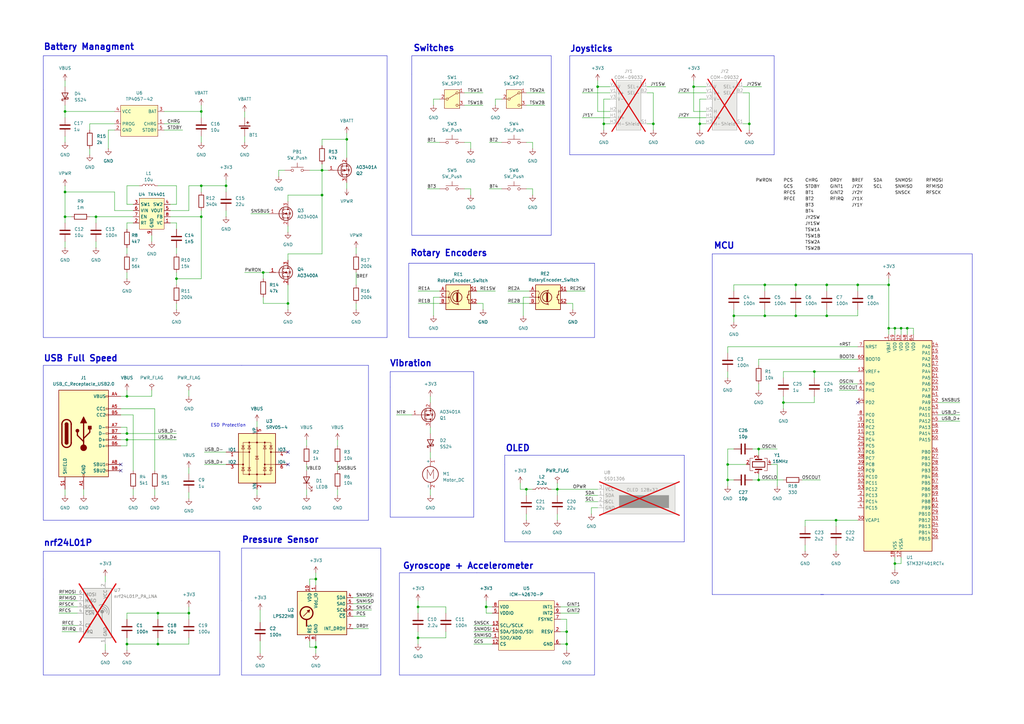
<source format=kicad_sch>
(kicad_sch (version 20231120) (generator "eeschema") (generator_version "8.0")
  (paper "A3")
  (junction (at 39.37 88.9))
  (junction (at 247.65 50.8))
  (junction (at 339.09 129.54))
  (junction (at 364.49 134.62))
  (junction (at 267.97 50.8))
  (junction (at 313.69 116.84))
  (junction (at 26.67 78.74))
  (junction (at 342.9 213.36))
  (junction (at 326.39 129.54))
  (junction (at 132.08 80.01))
  (junction (at 311.15 184.15))
  (junction (at 232.41 259.08))
  (junction (at 321.31 165.1))
  (junction (at 107.95 111.76))
  (junction (at 245.11 35.56))
  (junction (at 364.49 116.84))
  (junction (at 142.24 57.15))
  (junction (at 171.45 261.62))
  (junction (at 64.77 251.46))
  (junction (at 334.01 152.4))
  (junction (at 367.03 231.14))
  (junction (at 298.45 196.85))
  (junction (at 287.02 50.8))
  (junction (at 339.09 116.84))
  (junction (at 26.67 45.72))
  (junction (at 72.39 114.3))
  (junction (at 298.45 190.5))
  (junction (at 311.15 196.85))
  (junction (at 199.39 248.92))
  (junction (at 232.41 264.16))
  (junction (at 367.03 134.62))
  (junction (at 228.6 200.66))
  (junction (at 326.39 116.84))
  (junction (at 52.07 177.8))
  (junction (at 300.99 129.54))
  (junction (at 215.9 200.66))
  (junction (at 369.57 134.62))
  (junction (at 77.47 251.46))
  (junction (at 82.55 45.72))
  (junction (at 64.77 264.16))
  (junction (at 118.11 124.46))
  (junction (at 82.55 88.9))
  (junction (at 26.67 88.9))
  (junction (at 171.45 248.92))
  (junction (at 82.55 76.2))
  (junction (at 52.07 264.16))
  (junction (at 284.48 35.56))
  (junction (at 132.08 69.85))
  (junction (at 313.69 129.54))
  (junction (at 52.07 162.56))
  (junction (at 372.11 134.62))
  (junction (at 92.71 76.2))
  (junction (at 351.79 116.84))
  (junction (at 129.54 237.49))
  (junction (at 307.34 50.8))
  (junction (at 129.54 265.43))
  (junction (at 52.07 180.34))
  (no_connect (at 49.53 190.5))
  (no_connect (at 351.79 165.1))
  (no_connect (at 118.11 190.5))
  (no_connect (at 118.11 185.42))
  (no_connect (at 49.53 193.04))
  (wire (pts (xy 313.69 127) (xy 313.69 129.54)))
  (wire (pts (xy 49.53 167.64) (xy 63.5 167.64)))
  (wire (pts (xy 64.77 251.46) (xy 52.07 251.46)))
  (wire (pts (xy 77.47 86.36) (xy 77.47 76.2)))
  (wire (pts (xy 176.53 200.66) (xy 176.53 203.2)))
  (wire (pts (xy 215.9 43.18) (xy 223.52 43.18)))
  (polyline (pts (xy 243.84 234.95) (xy 243.84 276.86)))
  (wire (pts (xy 82.55 86.36) (xy 82.55 88.9)))
  (wire (pts (xy 218.44 77.47) (xy 215.9 77.47)))
  (wire (pts (xy 228.6 200.66) (xy 245.11 200.66)))
  (wire (pts (xy 198.12 127) (xy 198.12 124.46)))
  (wire (pts (xy 245.11 33.02) (xy 245.11 35.56)))
  (wire (pts (xy 52.07 264.16) (xy 52.07 266.7)))
  (wire (pts (xy 77.47 191.77) (xy 77.47 194.31)))
  (wire (pts (xy 318.77 190.5) (xy 316.23 190.5)))
  (wire (pts (xy 229.87 264.16) (xy 232.41 264.16)))
  (polyline (pts (xy 226.06 22.86) (xy 168.91 22.86)))
  (wire (pts (xy 287.02 40.64) (xy 287.02 50.8)))
  (wire (pts (xy 265.43 35.56) (xy 273.05 35.56)))
  (wire (pts (xy 193.04 77.47) (xy 190.5 77.47)))
  (wire (pts (xy 351.79 129.54) (xy 351.79 127)))
  (wire (pts (xy 307.34 53.34) (xy 307.34 50.8)))
  (wire (pts (xy 44.45 53.34) (xy 46.99 53.34)))
  (wire (pts (xy 77.47 160.02) (xy 77.47 162.56)))
  (polyline (pts (xy 17.78 226.06) (xy 17.78 237.49)))
  (wire (pts (xy 26.67 99.06) (xy 26.67 101.6)))
  (wire (pts (xy 138.43 200.66) (xy 138.43 203.2)))
  (wire (pts (xy 72.39 101.6) (xy 72.39 104.14)))
  (wire (pts (xy 342.9 215.9) (xy 342.9 213.36)))
  (wire (pts (xy 199.39 251.46) (xy 201.93 251.46)))
  (wire (pts (xy 374.65 134.62) (xy 374.65 137.16)))
  (polyline (pts (xy 17.78 138.43) (xy 158.75 138.43)))
  (wire (pts (xy 369.57 134.62) (xy 372.11 134.62)))
  (wire (pts (xy 238.76 48.26) (xy 250.19 48.26)))
  (wire (pts (xy 36.83 53.34) (xy 36.83 50.8)))
  (wire (pts (xy 203.2 40.64) (xy 205.74 40.64)))
  (wire (pts (xy 372.11 134.62) (xy 372.11 137.16)))
  (polyline (pts (xy 163.83 234.95) (xy 195.58 234.95)))
  (wire (pts (xy 234.95 124.46) (xy 232.41 124.46)))
  (wire (pts (xy 313.69 129.54) (xy 326.39 129.54)))
  (wire (pts (xy 351.79 116.84) (xy 351.79 119.38)))
  (wire (pts (xy 351.79 116.84) (xy 364.49 116.84)))
  (wire (pts (xy 199.39 248.92) (xy 199.39 251.46)))
  (polyline (pts (xy 160.02 212.09) (xy 194.31 212.09)))
  (wire (pts (xy 177.8 43.18) (xy 177.8 40.64)))
  (polyline (pts (xy 151.13 213.36) (xy 17.78 213.36)))
  (wire (pts (xy 67.31 45.72) (xy 82.55 45.72)))
  (wire (pts (xy 118.11 92.71) (xy 118.11 95.25)))
  (wire (pts (xy 176.53 175.26) (xy 176.53 177.8)))
  (wire (pts (xy 298.45 142.24) (xy 351.79 142.24)))
  (polyline (pts (xy 336.55 243.84) (xy 398.78 243.84)))
  (wire (pts (xy 107.95 124.46) (xy 107.95 121.92)))
  (wire (pts (xy 118.11 116.84) (xy 118.11 124.46)))
  (wire (pts (xy 307.34 50.8) (xy 307.34 38.1)))
  (wire (pts (xy 107.95 111.76) (xy 107.95 114.3)))
  (wire (pts (xy 100.33 55.88) (xy 100.33 58.42)))
  (wire (pts (xy 300.99 127) (xy 300.99 129.54)))
  (wire (pts (xy 77.47 248.92) (xy 77.47 251.46)))
  (polyline (pts (xy 233.68 22.86) (xy 317.5 22.86)))
  (wire (pts (xy 334.01 165.1) (xy 334.01 162.56)))
  (polyline (pts (xy 156.21 276.86) (xy 156.21 224.79)))
  (wire (pts (xy 182.88 248.92) (xy 182.88 251.46)))
  (wire (pts (xy 287.02 50.8) (xy 289.56 50.8)))
  (polyline (pts (xy 194.31 212.09) (xy 194.31 152.4)))
  (wire (pts (xy 284.48 35.56) (xy 289.56 35.56)))
  (wire (pts (xy 311.15 184.15) (xy 318.77 184.15)))
  (polyline (pts (xy 99.06 149.86) (xy 151.13 149.86)))
  (wire (pts (xy 321.31 152.4) (xy 334.01 152.4)))
  (wire (pts (xy 344.17 160.02) (xy 351.79 160.02)))
  (wire (pts (xy 311.15 157.48) (xy 311.15 160.02)))
  (polyline (pts (xy 168.91 22.86) (xy 168.91 30.48)))
  (wire (pts (xy 72.39 91.44) (xy 72.39 93.98)))
  (wire (pts (xy 129.54 265.43) (xy 127 265.43)))
  (wire (pts (xy 82.55 88.9) (xy 69.85 88.9)))
  (wire (pts (xy 344.17 157.48) (xy 351.79 157.48)))
  (wire (pts (xy 330.2 213.36) (xy 342.9 213.36)))
  (wire (pts (xy 228.6 203.2) (xy 228.6 200.66)))
  (wire (pts (xy 24.13 243.84) (xy 31.75 243.84)))
  (wire (pts (xy 36.83 88.9) (xy 39.37 88.9)))
  (wire (pts (xy 267.97 38.1) (xy 265.43 38.1)))
  (polyline (pts (xy 17.78 36.83) (xy 17.78 138.43)))
  (wire (pts (xy 171.45 261.62) (xy 171.45 264.16)))
  (polyline (pts (xy 207.01 222.25) (xy 280.67 222.25)))
  (wire (pts (xy 25.4 256.54) (xy 31.75 256.54)))
  (wire (pts (xy 367.03 231.14) (xy 369.57 231.14)))
  (wire (pts (xy 218.44 58.42) (xy 218.44 60.96)))
  (wire (pts (xy 284.48 33.02) (xy 284.48 35.56)))
  (wire (pts (xy 238.76 38.1) (xy 250.19 38.1)))
  (wire (pts (xy 298.45 184.15) (xy 300.99 184.15)))
  (wire (pts (xy 127 265.43) (xy 127 262.89)))
  (wire (pts (xy 175.26 77.47) (xy 180.34 77.47)))
  (wire (pts (xy 132.08 57.15) (xy 142.24 57.15)))
  (wire (pts (xy 92.71 78.74) (xy 92.71 76.2)))
  (wire (pts (xy 34.29 200.66) (xy 34.29 203.2)))
  (polyline (pts (xy 167.64 107.95) (xy 167.64 138.43)))
  (wire (pts (xy 46.99 86.36) (xy 54.61 86.36)))
  (wire (pts (xy 339.09 127) (xy 339.09 129.54)))
  (wire (pts (xy 193.04 77.47) (xy 193.04 80.01)))
  (wire (pts (xy 199.39 246.38) (xy 199.39 248.92)))
  (polyline (pts (xy 151.13 149.86) (xy 151.13 213.36)))
  (wire (pts (xy 106.68 250.19) (xy 106.68 255.27)))
  (wire (pts (xy 102.87 87.63) (xy 110.49 87.63)))
  (wire (pts (xy 77.47 201.93) (xy 77.47 204.47)))
  (wire (pts (xy 298.45 196.85) (xy 298.45 190.5)))
  (wire (pts (xy 64.77 264.16) (xy 64.77 261.62)))
  (wire (pts (xy 72.39 111.76) (xy 72.39 114.3)))
  (wire (pts (xy 228.6 198.12) (xy 228.6 200.66)))
  (wire (pts (xy 54.61 91.44) (xy 52.07 91.44)))
  (wire (pts (xy 240.03 203.2) (xy 245.11 203.2)))
  (wire (pts (xy 300.99 119.38) (xy 300.99 116.84)))
  (wire (pts (xy 77.47 76.2) (xy 82.55 76.2)))
  (polyline (pts (xy 280.67 186.69) (xy 207.01 186.69)))
  (polyline (pts (xy 243.84 276.86) (xy 163.83 276.86)))
  (wire (pts (xy 384.81 172.72) (xy 393.7 172.72)))
  (wire (pts (xy 114.3 69.85) (xy 116.84 69.85)))
  (polyline (pts (xy 17.78 237.49) (xy 17.78 276.86)))
  (wire (pts (xy 287.02 53.34) (xy 287.02 50.8)))
  (wire (pts (xy 177.8 121.92) (xy 180.34 121.92)))
  (polyline (pts (xy 187.96 107.95) (xy 167.64 107.95)))
  (wire (pts (xy 39.37 99.06) (xy 39.37 101.6)))
  (wire (pts (xy 82.55 48.26) (xy 82.55 45.72)))
  (wire (pts (xy 171.45 259.08) (xy 171.45 261.62)))
  (polyline (pts (xy 17.78 22.86) (xy 17.78 36.83)))
  (wire (pts (xy 194.31 264.16) (xy 201.93 264.16)))
  (wire (pts (xy 118.11 106.68) (xy 118.11 104.14)))
  (wire (pts (xy 39.37 91.44) (xy 39.37 88.9)))
  (wire (pts (xy 193.04 58.42) (xy 193.04 60.96)))
  (wire (pts (xy 265.43 50.8) (xy 267.97 50.8)))
  (polyline (pts (xy 292.1 243.84) (xy 337.82 243.84)))
  (wire (pts (xy 52.07 160.02) (xy 52.07 162.56)))
  (wire (pts (xy 129.54 262.89) (xy 129.54 265.43)))
  (wire (pts (xy 267.97 53.34) (xy 267.97 50.8)))
  (wire (pts (xy 118.11 104.14) (xy 132.08 104.14)))
  (wire (pts (xy 242.57 208.28) (xy 245.11 208.28)))
  (wire (pts (xy 64.77 76.2) (xy 72.39 76.2)))
  (polyline (pts (xy 90.17 276.86) (xy 90.17 226.06)))
  (wire (pts (xy 367.03 134.62) (xy 369.57 134.62)))
  (wire (pts (xy 304.8 35.56) (xy 312.42 35.56)))
  (wire (pts (xy 247.65 50.8) (xy 250.19 50.8)))
  (wire (pts (xy 232.41 254) (xy 232.41 259.08)))
  (wire (pts (xy 307.34 38.1) (xy 304.8 38.1)))
  (wire (pts (xy 194.31 261.62) (xy 201.93 261.62)))
  (wire (pts (xy 132.08 80.01) (xy 132.08 69.85)))
  (wire (pts (xy 64.77 251.46) (xy 64.77 254)))
  (wire (pts (xy 125.73 200.66) (xy 125.73 203.2)))
  (wire (pts (xy 195.58 119.38) (xy 203.2 119.38)))
  (wire (pts (xy 44.45 60.96) (xy 44.45 53.34)))
  (wire (pts (xy 194.31 259.08) (xy 201.93 259.08)))
  (wire (pts (xy 171.45 119.38) (xy 180.34 119.38)))
  (wire (pts (xy 326.39 116.84) (xy 339.09 116.84)))
  (wire (pts (xy 364.49 114.3) (xy 364.49 116.84)))
  (wire (pts (xy 298.45 196.85) (xy 300.99 196.85)))
  (wire (pts (xy 171.45 248.92) (xy 171.45 251.46)))
  (wire (pts (xy 52.07 180.34) (xy 72.39 180.34)))
  (wire (pts (xy 138.43 180.34) (xy 138.43 182.88)))
  (polyline (pts (xy 90.17 226.06) (xy 17.78 226.06)))
  (wire (pts (xy 311.15 186.69) (xy 311.15 184.15)))
  (wire (pts (xy 144.78 257.81) (xy 151.13 257.81)))
  (wire (pts (xy 26.67 200.66) (xy 26.67 203.2)))
  (wire (pts (xy 36.83 50.8) (xy 46.99 50.8)))
  (wire (pts (xy 200.66 58.42) (xy 205.74 58.42)))
  (wire (pts (xy 226.06 200.66) (xy 228.6 200.66)))
  (wire (pts (xy 203.2 43.18) (xy 203.2 40.64)))
  (wire (pts (xy 67.31 53.34) (xy 74.93 53.34)))
  (wire (pts (xy 57.15 76.2) (xy 52.07 76.2)))
  (wire (pts (xy 245.11 35.56) (xy 245.11 45.72)))
  (wire (pts (xy 326.39 116.84) (xy 326.39 119.38)))
  (wire (pts (xy 36.83 60.96) (xy 36.83 63.5)))
  (wire (pts (xy 367.03 228.6) (xy 367.03 231.14)))
  (wire (pts (xy 26.67 78.74) (xy 46.99 78.74)))
  (wire (pts (xy 369.57 134.62) (xy 369.57 137.16)))
  (polyline (pts (xy 195.58 234.95) (xy 243.84 234.95)))
  (wire (pts (xy 26.67 55.88) (xy 26.67 58.42)))
  (polyline (pts (xy 243.84 138.43) (xy 243.84 107.95)))
  (wire (pts (xy 49.53 180.34) (xy 52.07 180.34)))
  (wire (pts (xy 118.11 82.55) (xy 118.11 80.01)))
  (wire (pts (xy 146.05 111.76) (xy 146.05 116.84)))
  (polyline (pts (xy 280.67 222.25) (xy 280.67 186.69)))
  (wire (pts (xy 190.5 43.18) (xy 198.12 43.18)))
  (wire (pts (xy 118.11 124.46) (xy 107.95 124.46)))
  (wire (pts (xy 49.53 175.26) (xy 52.07 175.26)))
  (wire (pts (xy 289.56 40.64) (xy 287.02 40.64)))
  (wire (pts (xy 311.15 196.85) (xy 321.31 196.85)))
  (wire (pts (xy 52.07 76.2) (xy 52.07 83.82)))
  (wire (pts (xy 330.2 215.9) (xy 330.2 213.36)))
  (wire (pts (xy 46.99 78.74) (xy 46.99 86.36)))
  (wire (pts (xy 52.07 182.88) (xy 52.07 180.34)))
  (wire (pts (xy 321.31 165.1) (xy 321.31 167.64)))
  (wire (pts (xy 118.11 124.46) (xy 118.11 127)))
  (wire (pts (xy 300.99 129.54) (xy 313.69 129.54)))
  (wire (pts (xy 39.37 88.9) (xy 54.61 88.9)))
  (wire (pts (xy 24.13 251.46) (xy 31.75 251.46)))
  (wire (pts (xy 138.43 190.5) (xy 138.43 193.04)))
  (wire (pts (xy 144.78 245.11) (xy 152.4 245.11)))
  (wire (pts (xy 67.31 50.8) (xy 73.66 50.8)))
  (polyline (pts (xy 168.91 30.48) (xy 168.91 96.52)))
  (wire (pts (xy 351.79 147.32) (xy 311.15 147.32)))
  (wire (pts (xy 232.41 259.08) (xy 232.41 264.16)))
  (wire (pts (xy 229.87 251.46) (xy 237.49 251.46)))
  (polyline (pts (xy 233.68 22.86) (xy 233.68 63.5)))
  (polyline (pts (xy 317.5 22.86) (xy 317.5 63.5)))
  (polyline (pts (xy 160.02 158.75) (xy 160.02 212.09)))
  (wire (pts (xy 298.45 190.5) (xy 306.07 190.5)))
  (wire (pts (xy 364.49 134.62) (xy 364.49 137.16)))
  (wire (pts (xy 132.08 69.85) (xy 134.62 69.85)))
  (wire (pts (xy 132.08 104.14) (xy 132.08 80.01)))
  (wire (pts (xy 339.09 116.84) (xy 339.09 119.38)))
  (wire (pts (xy 26.67 88.9) (xy 29.21 88.9)))
  (wire (pts (xy 176.53 162.56) (xy 176.53 165.1)))
  (wire (pts (xy 199.39 248.92) (xy 201.93 248.92)))
  (wire (pts (xy 313.69 116.84) (xy 326.39 116.84)))
  (wire (pts (xy 62.23 96.52) (xy 62.23 99.06)))
  (wire (pts (xy 26.67 45.72) (xy 46.99 45.72)))
  (wire (pts (xy 77.47 251.46) (xy 77.47 254)))
  (wire (pts (xy 298.45 190.5) (xy 298.45 184.15)))
  (wire (pts (xy 321.31 154.94) (xy 321.31 152.4)))
  (wire (pts (xy 114.3 72.39) (xy 114.3 69.85)))
  (wire (pts (xy 129.54 265.43) (xy 129.54 267.97)))
  (wire (pts (xy 144.78 247.65) (xy 152.4 247.65)))
  (polyline (pts (xy 226.06 96.52) (xy 226.06 22.86)))
  (wire (pts (xy 92.71 76.2) (xy 82.55 76.2)))
  (polyline (pts (xy 99.06 276.86) (xy 156.21 276.86)))
  (polyline (pts (xy 207.01 190.5) (xy 207.01 222.25)))
  (wire (pts (xy 52.07 91.44) (xy 52.07 93.98)))
  (wire (pts (xy 26.67 78.74) (xy 26.67 88.9)))
  (wire (pts (xy 213.36 200.66) (xy 215.9 200.66)))
  (wire (pts (xy 215.9 210.82) (xy 215.9 213.36)))
  (wire (pts (xy 245.11 45.72) (xy 250.19 45.72)))
  (wire (pts (xy 234.95 127) (xy 234.95 124.46)))
  (polyline (pts (xy 167.64 138.43) (xy 243.84 138.43)))
  (wire (pts (xy 369.57 231.14) (xy 369.57 228.6)))
  (wire (pts (xy 171.45 248.92) (xy 182.88 248.92)))
  (wire (pts (xy 245.11 35.56) (xy 250.19 35.56)))
  (wire (pts (xy 311.15 184.15) (xy 308.61 184.15)))
  (polyline (pts (xy 317.5 63.5) (xy 233.68 63.5)))
  (wire (pts (xy 63.5 200.66) (xy 63.5 203.2)))
  (wire (pts (xy 52.07 264.16) (xy 64.77 264.16)))
  (wire (pts (xy 125.73 190.5) (xy 125.73 193.04)))
  (wire (pts (xy 311.15 147.32) (xy 311.15 149.86)))
  (wire (pts (xy 364.49 116.84) (xy 364.49 134.62)))
  (wire (pts (xy 129.54 234.95) (xy 129.54 237.49)))
  (wire (pts (xy 125.73 180.34) (xy 125.73 182.88)))
  (wire (pts (xy 26.67 76.2) (xy 26.67 78.74)))
  (wire (pts (xy 228.6 210.82) (xy 228.6 213.36)))
  (wire (pts (xy 250.19 40.64) (xy 247.65 40.64)))
  (wire (pts (xy 144.78 252.73) (xy 149.86 252.73)))
  (wire (pts (xy 198.12 124.46) (xy 195.58 124.46)))
  (wire (pts (xy 52.07 83.82) (xy 54.61 83.82)))
  (wire (pts (xy 72.39 124.46) (xy 72.39 127)))
  (wire (pts (xy 300.99 116.84) (xy 313.69 116.84)))
  (wire (pts (xy 218.44 77.47) (xy 218.44 80.01)))
  (wire (pts (xy 367.03 134.62) (xy 367.03 137.16)))
  (wire (pts (xy 82.55 55.88) (xy 82.55 58.42)))
  (wire (pts (xy 240.03 205.74) (xy 245.11 205.74)))
  (polyline (pts (xy 17.78 213.36) (xy 17.78 149.86)))
  (wire (pts (xy 177.8 129.54) (xy 177.8 121.92)))
  (wire (pts (xy 26.67 43.18) (xy 26.67 45.72)))
  (wire (pts (xy 83.82 190.5) (xy 92.71 190.5)))
  (wire (pts (xy 106.68 262.89) (xy 106.68 267.97)))
  (polyline (pts (xy 398.78 243.84) (xy 398.78 104.14)))
  (wire (pts (xy 334.01 152.4) (xy 351.79 152.4)))
  (wire (pts (xy 62.23 160.02) (xy 62.23 162.56)))
  (wire (pts (xy 69.85 91.44) (xy 72.39 91.44)))
  (wire (pts (xy 298.45 199.39) (xy 298.45 196.85)))
  (polyline (pts (xy 158.75 138.43) (xy 158.75 22.86)))
  (polyline (pts (xy 187.96 107.95) (xy 243.84 107.95)))
  (wire (pts (xy 92.71 86.36) (xy 92.71 88.9)))
  (wire (pts (xy 175.26 58.42) (xy 180.34 58.42)))
  (wire (pts (xy 298.45 152.4) (xy 298.45 154.94)))
  (wire (pts (xy 132.08 67.31) (xy 132.08 69.85)))
  (wire (pts (xy 72.39 83.82) (xy 69.85 83.82)))
  (wire (pts (xy 162.56 170.18) (xy 168.91 170.18)))
  (wire (pts (xy 52.07 251.46) (xy 52.07 254)))
  (wire (pts (xy 72.39 114.3) (xy 82.55 114.3)))
  (wire (pts (xy 171.45 124.46) (xy 180.34 124.46)))
  (wire (pts (xy 182.88 261.62) (xy 182.88 259.08)))
  (wire (pts (xy 367.03 231.14) (xy 367.03 233.68)))
  (wire (pts (xy 267.97 50.8) (xy 267.97 38.1)))
  (wire (pts (xy 384.81 165.1) (xy 393.7 165.1)))
  (wire (pts (xy 284.48 45.72) (xy 289.56 45.72)))
  (wire (pts (xy 190.5 38.1) (xy 198.12 38.1)))
  (wire (pts (xy 339.09 116.84) (xy 351.79 116.84)))
  (wire (pts (xy 107.95 111.76) (xy 110.49 111.76)))
  (wire (pts (xy 304.8 50.8) (xy 307.34 50.8)))
  (wire (pts (xy 342.9 223.52) (xy 342.9 226.06)))
  (wire (pts (xy 215.9 203.2) (xy 215.9 200.66)))
  (wire (pts (xy 218.44 58.42) (xy 215.9 58.42)))
  (polyline (pts (xy 398.78 104.14) (xy 292.1 104.14)))
  (wire (pts (xy 52.07 162.56) (xy 49.53 162.56)))
  (wire (pts (xy 321.31 162.56) (xy 321.31 165.1)))
  (wire (pts (xy 229.87 248.92) (xy 237.49 248.92)))
  (wire (pts (xy 105.41 200.66) (xy 105.41 203.2)))
  (polyline (pts (xy 99.06 224.79) (xy 99.06 246.38)))
  (wire (pts (xy 26.67 33.02) (xy 26.67 35.56)))
  (wire (pts (xy 77.47 264.16) (xy 77.47 261.62)))
  (wire (pts (xy 142.24 54.61) (xy 142.24 57.15)))
  (wire (pts (xy 242.57 208.28) (xy 242.57 210.82)))
  (wire (pts (xy 298.45 144.78) (xy 298.45 142.24)))
  (wire (pts (xy 278.13 38.1) (xy 289.56 38.1)))
  (wire (pts (xy 384.81 170.18) (xy 393.7 170.18)))
  (polyline (pts (xy 17.78 276.86) (xy 90.17 276.86)))
  (polyline (pts (xy 207.01 186.69) (xy 207.01 190.5)))
  (wire (pts (xy 313.69 116.84) (xy 313.69 119.38)))
  (polyline (pts (xy 17.78 149.86) (xy 99.06 149.86)))
  (wire (pts (xy 300.99 129.54) (xy 300.99 132.08)))
  (wire (pts (xy 26.67 91.44) (xy 26.67 88.9)))
  (wire (pts (xy 82.55 43.18) (xy 82.55 45.72)))
  (polyline (pts (xy 163.83 276.86) (xy 163.83 234.95)))
  (wire (pts (xy 208.28 124.46) (xy 217.17 124.46)))
  (wire (pts (xy 52.07 175.26) (xy 52.07 177.8)))
  (wire (pts (xy 318.77 190.5) (xy 318.77 199.39)))
  (wire (pts (xy 364.49 134.62) (xy 367.03 134.62)))
  (wire (pts (xy 52.07 111.76) (xy 52.07 114.3)))
  (wire (pts (xy 105.41 172.72) (xy 105.41 175.26)))
  (wire (pts (xy 208.28 119.38) (xy 217.17 119.38)))
  (wire (pts (xy 229.87 254) (xy 232.41 254)))
  (wire (pts (xy 24.13 248.92) (xy 31.75 248.92)))
  (wire (pts (xy 213.36 198.12) (xy 213.36 200.66)))
  (wire (pts (xy 247.65 53.34) (xy 247.65 50.8)))
  (wire (pts (xy 63.5 167.64) (xy 63.5 193.04)))
  (wire (pts (xy 144.78 250.19) (xy 152.4 250.19)))
  (polyline (pts (xy 156.21 224.79) (xy 99.06 224.79)))
  (wire (pts (xy 326.39 129.54) (xy 339.09 129.54)))
  (wire (pts (xy 127 69.85) (xy 132.08 69.85)))
  (wire (pts (xy 342.9 213.36) (xy 351.79 213.36)))
  (wire (pts (xy 142.24 57.15) (xy 142.24 64.77)))
  (wire (pts (xy 177.8 40.64) (xy 180.34 40.64)))
  (wire (pts (xy 214.63 129.54) (xy 214.63 121.92)))
  (wire (pts (xy 321.31 165.1) (xy 334.01 165.1)))
  (wire (pts (xy 54.61 200.66) (xy 54.61 203.2)))
  (wire (pts (xy 127 237.49) (xy 127 240.03)))
  (wire (pts (xy 43.18 264.16) (xy 43.18 266.7)))
  (wire (pts (xy 25.4 259.08) (xy 31.75 259.08)))
  (wire (pts (xy 146.05 101.6) (xy 146.05 104.14)))
  (wire (pts (xy 372.11 134.62) (xy 374.65 134.62)))
  (wire (pts (xy 214.63 121.92) (xy 217.17 121.92)))
  (wire (pts (xy 52.07 101.6) (xy 52.07 104.14)))
  (wire (pts (xy 52.07 261.62) (xy 52.07 264.16)))
  (wire (pts (xy 171.45 261.62) (xy 182.88 261.62)))
  (wire (pts (xy 132.08 59.69) (xy 132.08 57.15)))
  (wire (pts (xy 326.39 127) (xy 326.39 129.54)))
  (wire (pts (xy 311.15 194.31) (xy 311.15 196.85)))
  (wire (pts (xy 215.9 200.66) (xy 218.44 200.66)))
  (wire (pts (xy 100.33 45.72) (xy 100.33 48.26)))
  (wire (pts (xy 334.01 154.94) (xy 334.01 152.4)))
  (wire (pts (xy 82.55 114.3) (xy 82.55 88.9)))
  (wire (pts (xy 118.11 80.01) (xy 132.08 80.01)))
  (polyline (pts (xy 292.1 104.14) (xy 292.1 243.84)))
  (wire (pts (xy 330.2 223.52) (xy 330.2 226.06)))
  (wire (pts (xy 24.13 246.38) (xy 31.75 246.38)))
  (wire (pts (xy 82.55 76.2) (xy 82.55 78.74)))
  (wire (pts (xy 215.9 38.1) (xy 223.52 38.1)))
  (wire (pts (xy 328.93 196.85) (xy 336.55 196.85)))
  (wire (pts (xy 194.31 256.54) (xy 201.93 256.54)))
  (wire (pts (xy 278.13 48.26) (xy 289.56 48.26)))
  (wire (pts (xy 26.67 48.26) (xy 26.67 45.72)))
  (wire (pts (xy 311.15 196.85) (xy 308.61 196.85)))
  (wire (pts (xy 142.24 74.93) (xy 142.24 77.47)))
  (wire (pts (xy 83.82 185.42) (xy 92.71 185.42)))
  (wire (pts (xy 176.53 185.42) (xy 176.53 187.96)))
  (wire (pts (xy 127 237.49) (xy 129.54 237.49)))
  (wire (pts (xy 62.23 162.56) (xy 52.07 162.56)))
  (wire (pts (xy 54.61 170.18) (xy 49.53 170.18)))
  (polyline (pts (xy 194.31 152.4) (xy 160.02 152.4)))
  (wire (pts (xy 200.66 77.47) (xy 205.74 77.47)))
  (wire (pts (xy 284.48 35.56) (xy 284.48 45.72)))
  (wire (pts (xy 43.18 236.22) (xy 43.18 238.76)))
  (wire (pts (xy 232.41 266.7) (xy 232.41 264.16)))
  (polyline (pts (xy 158.75 22.86) (xy 17.78 22.86)))
  (wire (pts (xy 49.53 182.88) (xy 52.07 182.88)))
  (wire (pts (xy 77.47 251.46) (xy 64.77 251.46)))
  (wire (pts (xy 232.41 119.38) (xy 240.03 119.38)))
  (wire (pts (xy 193.04 58.42) (xy 190.5 58.42)))
  (wire (pts (xy 72.39 114.3) (xy 72.39 116.84)))
  (wire (pts (xy 129.54 237.49) (xy 129.54 240.03)))
  (polyline (pts (xy 160.02 152.4) (xy 160.02 158.75)))
  (wire (pts (xy 54.61 193.04) (xy 54.61 170.18)))
  (wire (pts (xy 339.09 129.54) (xy 351.79 129.54)))
  (polyline (pts (xy 168.91 96.52) (xy 226.06 96.52)))
  (polyline (pts (xy 99.06 246.38) (xy 99.06 276.86)))
  (wire (pts (xy 64.77 264.16) (xy 77.47 264.16)))
  (wire (pts (xy 72.39 76.2) (xy 72.39 83.82)))
  (wire (pts (xy 229.87 259.08) (xy 232.41 259.08)))
  (wire (pts (xy 52.07 177.8) (xy 72.39 177.8)))
  (wire (pts (xy 146.05 124.46) (xy 146.05 127)))
  (wire (pts (xy 171.45 246.38) (xy 171.45 248.92)))
  (wire (pts (xy 247.65 40.64) (xy 247.65 50.8)))
  (wire (pts (xy 100.33 111.76) (xy 107.95 111.76)))
  (wire (pts (xy 69.85 86.36) (xy 77.47 86.36)))
  (wire (pts (xy 49.53 177.8) (xy 52.07 177.8)))
  (wire (pts (xy 92.71 73.66) (xy 92.71 76.2)))
  (text "Joysticks" (at 233.68 21.59 0) (effects (font (size 2.54 2.54) (thickness 0.508) (bold yes)) (justify left bottom)))
  (text "Battery Managment" (at 17.78 20.828 0) (effects (font (size 2.54 2.54) (thickness 0.508) (bold yes)) (justify left bottom)))
  (text "OLED" (at 207.264 185.42 0) (effects (font (size 2.54 2.54) (thickness 0.508) (bold yes)) (justify left bottom)))
  (text "Vibration" (at 159.766 150.622 0) (effects (font (size 2.54 2.54) (thickness 0.508) (bold yes)) (justify left bottom)))
  (text "Pressure Sensor" (at 99.06 223.012 0) (effects (font (size 2.54 2.54) (thickness 0.508) (bold yes)) (justify left bottom)))
  (text "MCU" (at 292.608 102.362 0) (effects (font (size 2.54 2.54) (thickness 0.508) (bold yes)) (justify left bottom)))
  (text "nrf24L01P" (at 17.78 224.282 0) (effects (font (size 2.54 2.54) (thickness 0.508) (bold yes)) (justify left bottom)))
  (text "USB Full Speed" (at 17.78 148.59 0) (effects (font (size 2.54 2.54) (thickness 0.508) (bold yes)) (justify left bottom)))
  (text "Rotary Encoders" (at 168.148 105.41 0) (effects (font (size 2.54 2.54) (thickness 0.508) (bold yes)) (justify left bottom)))
  (text "Gyroscope + Accelerometer" (at 165.1 233.68 0) (effects (font (size 2.54 2.54) (thickness 0.508) (bold yes)) (justify left bottom)))
  (text "Switches" (at 169.418 21.336 0) (effects (font (size 2.54 2.54) (thickness 0.508) (bold yes)) (justify left bottom)))
  (text "ESD Protection" (at 86.36 175.26 0) (effects (font (size 1.27 1.27)) (justify left bottom)))
  (label "RE1A" (at 171.45 119.38 0))
  (label "USB_D-" (at 64.77 177.8 0))
  (label "TSW2A" (at 330.2 100.33 0))
  (label "SNSCK" (at 367.03 80.01 0))
  (label "SCL" (at 358.14 77.47 0))
  (label "RFSCK" (at 379.73 80.01 0))
  (label "OSCOUT" (at 344.17 160.02 0))
  (label "SDA" (at 240.03 203.2 0))
  (label "TSW2A" (at 217.17 38.1 0))
  (label "PCS" (at 146.05 252.73 0))
  (label "CHRG" (at 68.58 50.8 0))
  (label "JY1X" (at 349.25 82.55 0))
  (label "JY1Y" (at 238.76 48.26 0))
  (label "SNMOSI" (at 146.05 245.11 0))
  (label "RE2A" (at 208.28 119.38 0))
  (label "USB_D+" (at 386.08 172.72 0))
  (label "GCS" (at 194.31 264.16 0))
  (label "BT3" (at 175.26 77.47 0))
  (label "SNSCK" (at 194.31 256.54 0))
  (label "RFMISO" (at 24.13 246.38 0))
  (label "SNMISO" (at 367.03 77.47 0))
  (label "PCS" (at 321.31 74.93 0))
  (label "SDA" (at 358.14 74.93 0))
  (label "JY2Y" (at 349.25 80.01 0))
  (label "USB_D+" (at 83.82 190.5 0))
  (label "CHRG" (at 330.2 74.93 0))
  (label "BT4" (at 330.2 87.63 0))
  (label "RFMOSI" (at 379.73 74.93 0))
  (label "TSW1B" (at 330.2 97.79 0))
  (label "BOOT0" (at 344.17 147.32 0))
  (label "OSCIN" (at 312.42 184.15 0))
  (label "TSW2B" (at 330.2 102.87 0))
  (label "RFMOSI" (at 24.13 243.84 0))
  (label "BT2" (at 200.66 58.42 0))
  (label "TSW1A" (at 191.77 38.1 0))
  (label "RE1B" (at 171.45 124.46 0))
  (label "RE2SW" (at 233.68 119.38 0))
  (label "USB_D+" (at 64.77 180.34 0))
  (label "SCL" (at 240.03 205.74 0))
  (label "SNSBUS" (at 386.08 165.1 0))
  (label "RE1SW" (at 196.85 119.38 0))
  (label "BREF" (at 349.25 74.93 0))
  (label "JY1SW" (at 266.7 35.56 0))
  (label "RFMISO" (at 379.73 77.47 0))
  (label "JY1X" (at 238.76 38.1 0))
  (label "BREF" (at 146.05 114.3 0))
  (label "SNMISO" (at 146.05 247.65 0))
  (label "RFIRQ" (at 340.36 82.55 0))
  (label "GINT2" (at 340.36 80.01 0))
  (label "RFCE" (at 25.4 256.54 0))
  (label "BT3" (at 330.2 85.09 0))
  (label "TSW1A" (at 330.2 95.25 0))
  (label "PWRON" (at 309.88 74.93 0))
  (label "SNMOSI" (at 194.31 259.08 0))
  (label "MTR" (at 162.56 170.18 0))
  (label "SNSBUS" (at 102.87 87.63 0))
  (label "BT1" (at 330.2 80.01 0))
  (label "OSCIN" (at 344.17 157.48 0))
  (label "GCS" (at 321.31 77.47 0))
  (label "STDBY" (at 68.58 53.34 0))
  (label "JY2SW" (at 330.2 90.17 0))
  (label "TSW1B" (at 191.77 43.18 0))
  (label "SNMOSI" (at 367.03 74.93 0))
  (label "JY1Y" (at 349.25 85.09 0))
  (label "JY2X" (at 278.13 38.1 0))
  (label "SNMISO" (at 194.31 261.62 0))
  (label "JY2Y" (at 278.13 48.26 0))
  (label "GINT1" (at 340.36 77.47 0))
  (label "OPWR" (at 234.95 200.66 0))
  (label "OSCLO" (at 312.42 196.85 0))
  (label "SNSBUS" (at 138.43 193.04 0))
  (label "USB_D-" (at 83.82 185.42 0))
  (label "RE2B" (at 208.28 124.46 0))
  (label "RFIRQ" (at 25.4 259.08 0))
  (label "GINT1" (at 232.41 248.92 0))
  (label "PWRON" (at 100.33 111.76 0))
  (label "BT1" (at 175.26 58.42 0))
  (label "STDBY" (at 330.2 77.47 0))
  (label "GINT2" (at 232.41 251.46 0))
  (label "DRDY" (at 146.05 257.81 0))
  (label "RFCS" (at 24.13 251.46 0))
  (label "BT2" (at 330.2 82.55 0))
  (label "RFCS" (at 321.31 80.01 0))
  (label "nRST" (at 344.17 142.24 0))
  (label "RFSCK" (at 24.13 248.92 0))
  (label "DRDY" (at 340.36 74.93 0))
  (label "BT4" (at 200.66 77.47 0))
  (label "SNSCK" (at 146.05 250.19 0))
  (label "JY1SW" (at 330.2 92.71 0))
  (label "RFCE" (at 321.31 82.55 0))
  (label "JY2X" (at 349.25 77.47 0))
  (label "JY2SW" (at 306.07 35.56 0))
  (label "VBLED" (at 125.73 193.04 0))
  (label "OSCOUT" (at 328.93 196.85 0))
  (label "USB_D-" (at 386.08 170.18 0))
  (label "TSW2B" (at 217.17 43.18 0))
  (symbol (lib_name "GND_3") (lib_id "power:GND") (at 247.65 53.34 0) (unit 1)
    (property "Reference" "#PWR049" (effects (hide yes)))
    (property "Value" "GND" (at 247.65 58.42 0))
    (property "Description" "Power symbol creates a global label with name \"GND\" , ground" (effects (hide yes)))
  )
  (symbol (lib_name "GND_2") (lib_id "power:GND") (at 193.04 80.01 0) (unit 1)
    (property "Reference" "#PWR068" (effects (hide yes)))
    (property "Value" "GND" (at 193.04 85.09 0))
    (property "Description" "Power symbol creates a global label with name \"GND\" , ground" (effects (hide yes)))
  )
  (symbol (lib_id "Device:C") (at 313.69 123.19 0) (unit 1)
    (property "Reference" "C5" (at 317.5 121.9199 0) (effects (justify left)))
    (property "Value" "100n" (at 317.5 124.4599 0) (effects (justify left)))
    (property "Footprint" "Capacitor_SMD:C_0402_1005Metric" (effects (hide yes)))
    (property "Description" "Unpolarized capacitor" (effects (hide yes)))
  )
  (symbol (lib_id "Device:C") (at 182.88 255.27 0) (unit 1)
    (property "Reference" "C11" (at 186.69 254 0) (effects (justify left)))
    (property "Value" "100n" (at 186.69 256.54 0) (effects (justify left)))
    (property "Footprint" "Capacitor_SMD:C_0402_1005Metric" (effects (hide yes)))
  )
  (symbol (lib_id "Switch:SW_SPDT") (at 210.82 40.64 0) (unit 1)
    (property "Reference" "SW2" (at 210.82 31.75 0))
    (property "Value" "SW_SPDT" (at 210.82 34.29 0))
    (property "Footprint" "User_Footprints:2MS" (effects (hide yes)))
    (property "Description" "Switch, single pole double throw" (effects (hide yes)))
    (property "LCSC" "C908281" (effects (hide yes)))
  )
  (symbol (lib_id "Transistor_FET:AO3401A") (at 173.99 170.18 0) (mirror x) (unit 1)
    (property "Reference" "Q1" (at 180.34 171.4501 0) (effects (justify left)))
    (property "Value" "AO3401A" (at 180.34 168.9101 0) (effects (justify left)))
    (property "Footprint" "Package_TO_SOT_SMD:SOT-23" (effects (hide yes)))
    (property "Datasheet" "http://www.aosmd.com/pdfs/datasheet/AO3401A.pdf" (effects (hide yes)))
    (property "Description" "-4.0A Id, -30V Vds, P-Channel MOSFET, SOT-23" (effects (hide yes)))
  )
  (symbol (lib_name "VBUS_1") (lib_id "power:VBUS") (at 26.67 33.02 0) (unit 1)
    (property "Reference" "#PWR038" (effects (hide yes)))
    (property "Value" "VBUS" (at 26.67 27.94 0))
    (property "Description" "Power symbol creates a global label with name \"VBUS\"" (effects (hide yes)))
  )
  (symbol (lib_id "power:GND") (at 171.45 264.16 0) (unit 1)
    (property "Reference" "#PWR024" (effects (hide yes)))
    (property "Value" "GND" (at 171.45 269.24 0))
  )
  (symbol (lib_id "power:VDDA") (at 43.18 236.22 0) (unit 1)
    (property "Reference" "#PWR058" (effects (hide yes)))
    (property "Value" "+3V3" (at 43.18 231.14 0))
  )
  (symbol (lib_name "GND_4") (lib_id "power:GND") (at 177.8 129.54 0) (unit 1)
    (property "Reference" "#PWR055" (effects (hide yes)))
    (property "Value" "GND" (at 177.8 134.62 0))
    (property "Description" "Power symbol creates a global label with name \"GND\" , ground" (effects (hide yes)))
  )
  (symbol (lib_id "Sensor_Pressure:LPS22HB") (at 132.08 252.73 0) (unit 1)
    (property "Reference" "U2" (at 120.65 250.19 0) (effects (justify right)))
    (property "Value" "LPS22HB" (at 120.65 252.73 0) (effects (justify right)))
    (property "Footprint" "Package_LGA:ST_HLGA-10_2x2mm_P0.5mm_LayoutBorder3x2y" (effects (hide yes)))
    (property "Datasheet" "https://www.st.com/resource/en/datasheet/lps22hb.pdf" (effects (hide yes)))
    (property "LCSC" "C94049" (effects (hide yes)))
  )
  (symbol (lib_name "GND_2") (lib_id "power:GND") (at 215.9 213.36 0) (unit 1)
    (property "Reference" "#PWR063" (effects (hide yes)))
    (property "Value" "GND" (at 215.9 218.44 0))
    (property "Description" "Power symbol creates a global label with name \"GND\" , ground" (effects (hide yes)))
  )
  (symbol (lib_name "GND_3") (lib_id "power:GND") (at 287.02 53.34 0) (unit 1)
    (property "Reference" "#PWR044" (effects (hide yes)))
    (property "Value" "GND" (at 287.02 58.42 0))
    (property "Description" "Power symbol creates a global label with name \"GND\" , ground" (effects (hide yes)))
  )
  (symbol (lib_id "power:PWR_FLAG") (at 77.47 160.02 0) (unit 1)
    (property "Reference" "#FLG02" (effects (hide yes)))
    (property "Value" "PWR_FLAG" (at 77.47 154.94 0))
  )
  (symbol (lib_name "GND_4") (lib_id "power:GND") (at 214.63 129.54 0) (unit 1)
    (property "Reference" "#PWR056" (effects (hide yes)))
    (property "Value" "GND" (at 214.63 134.62 0))
    (property "Description" "Power symbol creates a global label with name \"GND\" , ground" (effects (hide yes)))
  )
  (symbol (lib_id "power:GND") (at 34.29 203.2 0) (unit 1)
    (property "Reference" "#PWR017" (effects (hide yes)))
    (property "Value" "GND" (at 34.29 208.28 0))
  )
  (symbol (lib_id "Device:C") (at 26.67 95.25 0) (unit 1)
    (property "Reference" "C12" (at 30.48 93.98 0) (effects (justify left)))
    (property "Value" "10u" (at 30.48 96.52 0) (effects (justify left)))
    (property "Footprint" "Capacitor_SMD:C_0603_1608Metric" (effects (hide yes)))
    (property "Description" "Unpolarized capacitor" (effects (hide yes)))
    (property "LCSC" "C19702" (effects (hide yes)))
  )
  (symbol (lib_id "Switch:SW_Push") (at 210.82 58.42 0) (unit 1)
    (property "Reference" "SW4" (at 210.82 50.8 0))
    (property "Value" "SW_Push" (at 210.82 53.34 0))
    (property "Footprint" "Button_Switch_THT:SW_PUSH_6mm_H13mm" (effects (hide yes)))
    (property "Description" "Push button switch, generic, two pins" (effects (hide yes)))
    (property "LCSC" "C2834892" (effects (hide yes)))
  )
  (symbol (lib_id "power:VDDA") (at 245.11 33.02 0) (unit 1)
    (property "Reference" "#PWR048" (effects (hide yes)))
    (property "Value" "+3V3" (at 245.11 27.94 0))
  )
  (symbol (lib_name "VBUS_1") (lib_id "power:VBUS") (at 142.24 77.47 180) (unit 1)
    (property "Reference" "#PWR074" (effects (hide yes)))
    (property "Value" "VPWR" (at 142.24 82.55 0))
    (property "Description" "Power symbol creates a global label with name \"VBUS\"" (effects (hide yes)))
  )
  (symbol (lib_id "Transistor_FET:AO3400A") (at 115.57 87.63 0) (unit 1)
    (property "Reference" "Q3" (at 121.92 86.3599 0) (effects (justify left)))
    (property "Value" "AO3400A" (at 121.92 88.8999 0) (effects (justify left)))
    (property "Footprint" "Package_TO_SOT_SMD:SOT-23" (effects (hide yes)))
    (property "Datasheet" "http://www.aosmd.com/pdfs/datasheet/AO3400A.pdf" (effects (hide yes)))
    (property "Description" "30V Vds, 5.7A Id, N-Channel MOSFET, SOT-23" (effects (hide yes)))
  )
  (symbol (lib_name "GND_3") (lib_id "power:GND") (at 267.97 53.34 0) (unit 1)
    (property "Reference" "#PWR050" (effects (hide yes)))
    (property "Value" "GND" (at 267.97 58.42 0))
    (property "Description" "Power symbol creates a global label with name \"GND\" , ground" (effects (hide yes)))
  )
  (symbol (lib_id "Device:C") (at 72.39 97.79 180) (unit 1)
    (property "Reference" "C14" (at 75.692 96.52 0) (effects (justify right)))
    (property "Value" "1n5" (at 75.692 99.06 0) (effects (justify right)))
    (property "Footprint" "Capacitor_SMD:C_0402_1005Metric" (effects (hide yes)))
    (property "Description" "Unpolarized capacitor" (effects (hide yes)))
  )
  (symbol (lib_id "Motor:Motor_DC") (at 176.53 193.04 0) (unit 1)
    (property "Reference" "M1" (at 181.61 194.3099 0) (effects (justify left)))
    (property "Value" "Motor_DC" (at 181.61 196.8499 0) (effects (justify left)))
    (property "Footprint" "Motors:Vybronics_VZ30C1T8219732L" (effects (hide yes)))
    (property "Description" "DC Motor" (effects (hide yes)))
    (property "LCSC" "C2894731" (effects (hide yes)))
  )
  (symbol (lib_id "power:GND") (at 125.73 203.2 0) (unit 1)
    (property "Reference" "#PWR021" (effects (hide yes)))
    (property "Value" "GND" (at 125.73 208.28 0))
  )
  (symbol (lib_id "power:VBUS") (at 105.41 172.72 0) (unit 1)
    (property "Reference" "#PWR012" (effects (hide yes)))
    (property "Value" "VBUS" (at 105.41 167.64 0))
  )
  (symbol (lib_id "power:VDDA") (at 92.71 73.66 0) (unit 1)
    (property "Reference" "#PWR035" (effects (hide yes)))
    (property "Value" "+3V3" (at 92.71 68.58 0))
  )
  (symbol (lib_id "Device:R") (at 138.43 186.69 0) (unit 1)
    (property "Reference" "R3" (at 140.97 185.42 0) (effects (justify left)))
    (property "Value" "10k" (at 140.97 187.96 0) (effects (justify left)))
    (property "Footprint" "Resistor_SMD:R_0402_1005Metric" (effects (hide yes)))
  )
  (symbol (lib_id "power:GND") (at 300.99 132.08 0) (unit 1)
    (property "Reference" "#PWR09" (effects (hide yes)))
    (property "Value" "GND" (at 300.99 137.16 0))
  )
  (symbol (lib_id "power:GND") (at 63.5 203.2 0) (unit 1)
    (property "Reference" "#PWR019" (effects (hide yes)))
    (property "Value" "GND" (at 63.5 208.28 0))
  )
  (symbol (lib_name "PWR_FLAG_1") (lib_id "power:PWR_FLAG") (at 228.6 198.12 0) (unit 1)
    (property "Reference" "#FLG03" (effects (hide yes)))
    (property "Value" "PWR_FLAG" (at 228.6 193.04 0))
    (property "Description" "Special symbol for telling ERC where power comes from" (effects (hide yes)))
  )
  (symbol (lib_id "power:VDD") (at 129.54 234.95 0) (unit 1)
    (property "Reference" "#PWR06" (effects (hide yes)))
    (property "Value" "+3V3" (at 129.54 229.87 0))
  )
  (symbol (lib_id "power:VDDA") (at 106.68 250.19 0) (unit 1)
    (property "Reference" "#PWR01" (effects (hide yes)))
    (property "Value" "+3V3" (at 106.68 245.11 0))
  )
  (symbol (lib_name "GND_2") (lib_id "power:GND") (at 193.04 60.96 0) (unit 1)
    (property "Reference" "#PWR072" (effects (hide yes)))
    (property "Value" "GND" (at 193.04 66.04 0))
    (property "Description" "Power symbol creates a global label with name \"GND\" , ground" (effects (hide yes)))
  )
  (symbol (lib_name "GND_2") (lib_id "power:GND") (at 176.53 203.2 0) (unit 1)
    (property "Reference" "#PWR051" (effects (hide yes)))
    (property "Value" "GND" (at 176.53 208.28 0))
    (property "Description" "Power symbol creates a global label with name \"GND\" , ground" (effects (hide yes)))
  )
  (symbol (lib_id "Device:R") (at 107.95 118.11 0) (unit 1)
    (property "Reference" "R14" (at 110.49 116.8399 0) (effects (justify left)))
    (property "Value" "47k" (at 110.49 119.3799 0) (effects (justify left)))
    (property "Footprint" "Resistor_SMD:R_0402_1005Metric" (effects (hide yes)))
    (property "Description" "Resistor" (effects (hide yes)))
  )
  (symbol (lib_name "COM-09032_1") (lib_id "User_Symbols:COM-09032") (at 292.1 33.02 0) (unit 1) (dnp yes)
    (property "Reference" "JY2" (at 297.18 29.21 0))
    (property "Value" "COM-09032" (at 297.18 31.75 0))
    (property "Footprint" "User_Footprints:COM-09032" (effects (hide yes)))
    (property "Datasheet" "https://www.snapeda.com/parts/COM-09032/SparkFun%20Electronics/view-part/?welcome=home" (effects (hide yes)))
    (property "Description" "Joystick" (effects (hide yes)))
  )
  (symbol (lib_id "Device:C") (at 64.77 257.81 0) (unit 1)
    (property "Reference" "C18" (at 68.58 256.5399 0) (effects (justify left)))
    (property "Value" "10u" (at 68.58 259.0799 0) (effects (justify left)))
    (property "Footprint" "Capacitor_SMD:C_0603_1608Metric" (effects (hide yes)))
    (property "Description" "Unpolarized capacitor" (effects (hide yes)))
  )
  (symbol (lib_name "GND_2") (lib_id "power:GND") (at 118.11 127 0) (unit 1)
    (property "Reference" "#PWR076" (effects (hide yes)))
    (property "Value" "GND" (at 118.11 132.08 0))
    (property "Description" "Power symbol creates a global label with name \"GND\" , ground" (effects (hide yes)))
  )
  (symbol (lib_name "GND_2") (lib_id "power:GND") (at 52.07 266.7 0) (unit 1)
    (property "Reference" "#PWR059" (effects (hide yes)))
    (property "Value" "GND" (at 52.07 271.78 0))
    (property "Description" "Power symbol creates a global label with name \"GND\" , ground" (effects (hide yes)))
  )
  (symbol (lib_id "Switch:SW_Push") (at 121.92 69.85 0) (unit 1)
    (property "Reference" "PB1" (at 121.92 62.23 0))
    (property "Value" "SW_Push" (at 121.92 64.77 0))
    (property "Footprint" "Button_Switch_THT:SW_PUSH_6mm_H13mm" (effects (hide yes)))
    (property "Description" "Push button switch, generic, two pins" (effects (hide yes)))
    (property "LCSC" "C2834892" (effects (hide yes)))
  )
  (symbol (lib_name "GND_2") (lib_id "power:GND") (at 92.71 88.9 0) (unit 1)
    (property "Reference" "#PWR036" (effects (hide yes)))
    (property "Value" "GND" (at 92.71 93.98 0))
    (property "Description" "Power symbol creates a global label with name \"GND\" , ground" (effects (hide yes)))
  )
  (symbol (lib_id "power:VDD") (at 171.45 246.38 0) (unit 1)
    (property "Reference" "#PWR026" (effects (hide yes)))
    (property "Value" "+3V3" (at 171.45 241.3 0))
  )
  (symbol (lib_id "Device:R") (at 138.43 196.85 0) (unit 1)
    (property "Reference" "R6" (at 140.97 195.58 0) (effects (justify left)))
    (property "Value" "10k" (at 140.97 198.12 0) (effects (justify left)))
    (property "Footprint" "Resistor_SMD:R_0402_1005Metric" (effects (hide yes)))
  )
  (symbol (lib_name "GND_4") (lib_id "power:GND") (at 234.95 127 0) (unit 1)
    (property "Reference" "#PWR054" (effects (hide yes)))
    (property "Value" "GND" (at 234.95 132.08 0))
    (property "Description" "Power symbol creates a global label with name \"GND\" , ground" (effects (hide yes)))
  )
  (symbol (lib_id "Device:C") (at 77.47 257.81 0) (unit 1)
    (property "Reference" "C19" (at 81.28 256.5399 0) (effects (justify left)))
    (property "Value" "100u" (at 81.28 259.0799 0) (effects (justify left)))
    (property "Footprint" "Capacitor_SMD:C_1206_3216Metric" (effects (hide yes)))
    (property "Description" "Unpolarized capacitor" (effects (hide yes)))
  )
  (symbol (lib_id "Switch:SW_SPDT") (at 185.42 40.64 0) (unit 1)
    (property "Reference" "SW1" (at 185.42 31.75 0))
    (property "Value" "SW_SPDT" (at 185.42 34.29 0))
    (property "Footprint" "User_Footprints:2MS" (effects (hide yes)))
    (property "Description" "Switch, single pole double throw" (effects (hide yes)))
    (property "LCSC" "C908281" (effects (hide yes)))
  )
  (symbol (lib_name "VBUS_1") (lib_id "power:VBUS") (at 100.33 45.72 0) (unit 1)
    (property "Reference" "#PWR039" (effects (hide yes)))
    (property "Value" "VBATT" (at 100.33 40.64 0))
    (property "Description" "Power symbol creates a global label with name \"VBUS\"" (effects (hide yes)))
  )
  (symbol (lib_id "Device:C") (at 92.71 82.55 0) (unit 1)
    (property "Reference" "C15" (at 96.52 81.28 0) (effects (justify left)))
    (property "Value" "22u" (at 96.52 83.82 0) (effects (justify left)))
    (property "Footprint" "Capacitor_SMD:C_0603_1608Metric" (effects (hide yes)))
    (property "Description" "Unpolarized capacitor" (effects (hide yes)))
  )
  (symbol (lib_id "power:GND") (at 26.67 203.2 0) (unit 1)
    (property "Reference" "#PWR016" (effects (hide yes)))
    (property "Value" "GND" (at 26.67 208.28 0))
  )
  (symbol (lib_id "Device:C") (at 334.01 158.75 0) (unit 1)
    (property "Reference" "C24" (at 337.82 157.4799 0) (effects (justify left)))
    (property "Value" "10n" (at 337.82 160.0199 0) (effects (justify left)))
    (property "Footprint" "Capacitor_SMD:C_0402_1005Metric" (effects (hide yes)))
    (property "Description" "Unpolarized capacitor" (effects (hide yes)))
  )
  (symbol (lib_id "Device:C") (at 330.2 219.71 0) (unit 1)
    (property "Reference" "C23" (at 334.01 218.4399 0) (effects (justify left)))
    (property "Value" "2u2" (at 334.01 220.9799 0) (effects (justify left)))
    (property "Footprint" "Capacitor_SMD:C_0402_1005Metric" (effects (hide yes)))
    (property "Description" "Unpolarized capacitor" (effects (hide yes)))
  )
  (symbol (lib_id "Device:RotaryEncoder_Switch") (at 224.79 121.92 0) (unit 1)
    (property "Reference" "RE2" (at 223.52 112.268 0))
    (property "Value" "RotaryEncoder_Switch" (at 227.076 114.808 0))
    (property "Footprint" "Rotary_Encoder:RotaryEncoder_Alps_EC11E-Switch_Vertical_H20mm" (effects (hide yes)))
    (property "Description" "Rotary encoder, dual channel, incremental quadrate outputs, with switch" (effects (hide yes)))
    (property "LCSC" "C202365" (effects (hide yes)))
  )
  (symbol (lib_name "GND_2") (lib_id "power:GND") (at 39.37 101.6 0) (unit 1)
    (property "Reference" "#PWR031" (effects (hide yes)))
    (property "Value" "GND" (at 39.37 106.68 0))
    (property "Description" "Power symbol creates a global label with name \"GND\" , ground" (effects (hide yes)))
  )
  (symbol (lib_name "GND_1") (lib_id "power:GND") (at 367.03 233.68 0) (unit 1)
    (property "Reference" "#PWR02" (effects (hide yes)))
    (property "Value" "GND" (at 367.03 238.76 0))
    (property "Description" "Power symbol creates a global label with name \"GND\" , ground" (effects (hide yes)))
  )
  (symbol (lib_id "Device:C") (at 304.8 184.15 90) (unit 1)
    (property "Reference" "C26" (at 304.8 176.53 90))
    (property "Value" "10p" (at 304.8 179.07 90))
    (property "Footprint" "Capacitor_SMD:C_0402_1005Metric" (effects (hide yes)))
  )
  (symbol (lib_id "power:GND") (at 54.61 203.2 0) (unit 1)
    (property "Reference" "#PWR018" (effects (hide yes)))
    (property "Value" "GND" (at 54.61 208.28 0))
  )
  (symbol (lib_id "Device:R") (at 125.73 186.69 0) (unit 1)
    (property "Reference" "R2" (at 128.27 185.4199 0) (effects (justify left)))
    (property "Value" "1k" (at 128.27 187.9599 0) (effects (justify left)))
    (property "Footprint" "Resistor_SMD:R_0402_1005Metric" (effects (hide yes)))
  )
  (symbol (lib_name "GND_2") (lib_id "power:GND") (at 118.11 95.25 0) (unit 1)
    (property "Reference" "#PWR069" (effects (hide yes)))
    (property "Value" "GND" (at 118.11 100.33 0))
    (property "Description" "Power symbol creates a global label with name \"GND\" , ground" (effects (hide yes)))
  )
  (symbol (lib_id "power:GND") (at 106.68 267.97 0) (unit 1)
    (property "Reference" "#PWR03" (effects (hide yes)))
    (property "Value" "GND" (at 106.68 273.05 0))
  )
  (symbol (lib_name "GND_2") (lib_id "power:GND") (at 62.23 99.06 0) (unit 1)
    (property "Reference" "#PWR028" (effects (hide yes)))
    (property "Value" "GND" (at 62.23 104.14 0))
    (property "Description" "Power symbol creates a global label with name \"GND\" , ground" (effects (hide yes)))
  )
  (symbol (lib_name "GND_2") (lib_id "power:GND") (at 114.3 72.39 0) (unit 1)
    (property "Reference" "#PWR075" (effects (hide yes)))
    (property "Value" "GND" (at 114.3 77.47 0))
    (property "Description" "Power symbol creates a global label with name \"GND\" , ground" (effects (hide yes)))
  )
  (symbol (lib_id "power:PWR_FLAG") (at 62.23 160.02 0) (unit 1)
    (property "Reference" "#FLG01" (effects (hide yes)))
    (property "Value" "PWR_FLAG" (at 62.23 154.94 0))
  )
  (symbol (lib_id "Device:R") (at 33.02 88.9 90) (unit 1)
    (property "Reference" "R9" (at 33.02 82.55 90))
    (property "Value" "1m" (at 33.02 85.09 90))
    (property "Footprint" "Resistor_SMD:R_0402_1005Metric" (effects (hide yes)))
    (property "Description" "Resistor" (effects (hide yes)))
  )
  (symbol (lib_id "User_Symbols:SSD1306_128x32") (at 247.65 198.12 0) (unit 1) (dnp yes)
    (property "Reference" "U8" (at 247.65 193.802 0) (effects (justify left)))
    (property "Value" "SSD1306" (at 247.65 196.342 0) (effects (justify left)))
    (property "Footprint" "Connector_PinHeader_2.54mm:PinHeader_1x04_P2.54mm_Vertical" (effects (hide yes)))
    (property "Datasheet" "https://cdn-shop.adafruit.com/datasheets/SSD1306.pdf" (effects (hide yes)))
  )
  (symbol (lib_id "Switch:SW_Push") (at 185.42 77.47 0) (unit 1)
    (property "Reference" "SW5" (at 185.42 69.85 0))
    (property "Value" "SW_Push" (at 185.42 72.39 0))
    (property "Footprint" "Button_Switch_THT:SW_PUSH_6mm_H13mm" (effects (hide yes)))
    (property "Description" "Push button switch, generic, two pins" (effects (hide yes)))
    (property "LCSC" "C2834892" (effects (hide yes)))
  )
  (symbol (lib_name "GND_2") (lib_id "power:GND") (at 26.67 58.42 0) (unit 1)
    (property "Reference" "#PWR045" (effects (hide yes)))
    (property "Value" "GND" (at 26.67 63.5 0))
    (property "Description" "Power symbol creates a global label with name \"GND\" , ground" (effects (hide yes)))
  )
  (symbol (lib_id "Device:L") (at 222.25 200.66 90) (unit 1)
    (property "Reference" "L2" (at 222.25 195.58 90))
    (property "Value" "2.2u" (at 222.25 198.12 90))
    (property "Footprint" "Inductor_SMD:L_0805_2012Metric" (effects (hide yes)))
    (property "Description" "Inductor" (effects (hide yes)))
    (property "LCSC" "C1043 " (effects (hide yes)))
  )
  (symbol (lib_name "GND_2") (lib_id "power:GND") (at 321.31 167.64 0) (unit 1)
    (property "Reference" "#PWR081" (effects (hide yes)))
    (property "Value" "GND" (at 321.31 172.72 0))
    (property "Description" "Power symbol creates a global label with name \"GND\" , ground" (effects (hide yes)))
  )
  (symbol (lib_id "Device:Crystal_GND24") (at 311.15 190.5 90) (unit 1)
    (property "Reference" "Y1" (at 318.77 186.69 90))
    (property "Value" "16MHz" (at 320.04 189.23 90))
    (property "Footprint" "Crystal:Crystal_SMD_3225-4Pin_3.2x2.5mm" (effects (hide yes)))
  )
  (symbol (lib_name "GND_2") (lib_id "power:GND") (at 52.07 114.3 0) (unit 1)
    (property "Reference" "#PWR030" (effects (hide yes)))
    (property "Value" "GND" (at 52.07 119.38 0))
    (property "Description" "Power symbol creates a global label with name \"GND\" , ground" (effects (hide yes)))
  )
  (symbol (lib_id "Device:R") (at 63.5 196.85 0) (unit 1)
    (property "Reference" "R5" (at 66.04 195.58 0) (effects (justify left)))
    (property "Value" "5k1" (at 66.04 198.12 0) (effects (justify left)))
    (property "Footprint" "Resistor_SMD:R_0402_1005Metric" (effects (hide yes)))
  )
  (symbol (lib_id "power:VDD") (at 364.49 114.3 0) (unit 1)
    (property "Reference" "#PWR04" (effects (hide yes)))
    (property "Value" "+3V3" (at 364.49 109.22 0))
  )
  (symbol (lib_name "GND_2") (lib_id "power:GND") (at 43.18 266.7 0) (unit 1)
    (property "Reference" "#PWR057" (effects (hide yes)))
    (property "Value" "GND" (at 43.18 271.78 0))
    (property "Description" "Power symbol creates a global label with name \"GND\" , ground" (effects (hide yes)))
  )
  (symbol (lib_id "Device:C") (at 39.37 95.25 0) (unit 1)
    (property "Reference" "C13" (at 43.18 93.98 0) (effects (justify left)))
    (property "Value" "100n" (at 43.18 96.52 0) (effects (justify left)))
    (property "Footprint" "Capacitor_SMD:C_0402_1005Metric" (effects (hide yes)))
    (property "Description" "Unpolarized capacitor" (effects (hide yes)))
  )
  (symbol (lib_name "VBUS_1") (lib_id "power:VBUS") (at 82.55 43.18 0) (unit 1)
    (property "Reference" "#PWR041" (effects (hide yes)))
    (property "Value" "VBATT" (at 82.55 38.1 0))
    (property "Description" "Power symbol creates a global label with name \"VBUS\"" (effects (hide yes)))
  )
  (symbol (lib_id "Device:R") (at 325.12 196.85 90) (unit 1)
    (property "Reference" "R18" (at 325.12 199.39 90))
    (property "Value" "330" (at 325.12 201.93 90))
    (property "Footprint" "Resistor_SMD:R_0402_1005Metric" (effects (hide yes)))
  )
  (symbol (lib_id "power:VBUS") (at 125.73 180.34 0) (unit 1)
    (property "Reference" "#PWR013" (effects (hide yes)))
    (property "Value" "VBUS" (at 125.73 175.26 0))
  )
  (symbol (lib_name "GND_2") (lib_id "power:GND") (at 228.6 213.36 0) (unit 1)
    (property "Reference" "#PWR062" (effects (hide yes)))
    (property "Value" "GND" (at 228.6 218.44 0))
    (property "Description" "Power symbol creates a global label with name \"GND\" , ground" (effects (hide yes)))
  )
  (symbol (lib_name "GND_2") (lib_id "power:GND") (at 146.05 127 0) (unit 1)
    (property "Reference" "#PWR077" (effects (hide yes)))
    (property "Value" "GND" (at 146.05 132.08 0))
    (property "Description" "Power symbol creates a global label with name \"GND\" , ground" (effects (hide yes)))
  )
  (symbol (lib_name "GND_1") (lib_id "power:GND") (at 342.9 226.06 0) (unit 1)
    (property "Reference" "#PWR079" (effects (hide yes)))
    (property "Value" "GND" (at 342.9 231.14 0))
    (property "Description" "Power symbol creates a global label with name \"GND\" , ground" (effects (hide yes)))
  )
  (symbol (lib_id "Device:C") (at 321.31 158.75 0) (unit 1)
    (property "Reference" "C25" (at 325.12 157.4799 0) (effects (justify left)))
    (property "Value" "1u" (at 325.12 160.0199 0) (effects (justify left)))
    (property "Footprint" "Capacitor_SMD:C_0402_1005Metric" (effects (hide yes)))
    (property "Description" "Unpolarized capacitor" (effects (hide yes)))
  )
  (symbol (lib_id "User_Symbols:TP4057-42") (at 49.53 43.18 0) (unit 1)
    (property "Reference" "U6" (at 57.15 38.1 0))
    (property "Value" "TP4057-42" (at 57.15 40.64 0))
    (property "Footprint" "Package_TO_SOT_SMD:TSOT-23-6" (effects (hide yes)))
    (property "Datasheet" "https://wmsc.lcsc.com/wmsc/upload/file/pdf/v2/lcsc/1811021622_TOPPOWER-Nanjing-Extension-Microelectronics-TP4057-42-SOT26-R_C12044.pdf" (effects (hide yes)))
  )
  (symbol (lib_id "Device:C") (at 82.55 52.07 0) (unit 1)
    (property "Reference" "C16" (at 86.36 50.8 0) (effects (justify left)))
    (property "Value" "10u" (at 86.36 53.34 0) (effects (justify left)))
    (property "Footprint" "Capacitor_SMD:C_0603_1608Metric" (effects (hide yes)))
    (property "Description" "Unpolarized capacitor" (effects (hide yes)))
  )
  (symbol (lib_id "power:GND") (at 138.43 203.2 0) (unit 1)
    (property "Reference" "#PWR022" (effects (hide yes)))
    (property "Value" "GND" (at 138.43 208.28 0))
  )
  (symbol (lib_id "Device:C") (at 339.09 123.19 0) (unit 1)
    (property "Reference" "C7" (at 342.9 121.9199 0) (effects (justify left)))
    (property "Value" "100n" (at 342.9 124.4599 0) (effects (justify left)))
    (property "Footprint" "Capacitor_SMD:C_0402_1005Metric" (effects (hide yes)))
    (property "Description" "Unpolarized capacitor" (effects (hide yes)))
  )
  (symbol (lib_name "GND_3") (lib_id "power:GND") (at 307.34 53.34 0) (unit 1)
    (property "Reference" "#PWR047" (effects (hide yes)))
    (property "Value" "GND" (at 307.34 58.42 0))
    (property "Description" "Power symbol creates a global label with name \"GND\" , ground" (effects (hide yes)))
  )
  (symbol (lib_id "Power_Protection:SRV05-4") (at 105.41 187.96 0) (unit 1)
    (property "Reference" "U3" (at 109.0361 172.72 0) (effects (justify left)))
    (property "Value" "SRV05-4" (at 109.0361 175.26 0) (effects (justify left)))
    (property "Footprint" "Package_TO_SOT_SMD:SOT-23-6" (effects (hide yes)))
    (property "Datasheet" "http://www.onsemi.com/pub/Collateral/SRV05-4-D.PDF" (effects (hide yes)))
    (property "LCSC" "C7420376" (effects (hide yes)))
  )
  (symbol (lib_id "Device:LED") (at 125.73 196.85 90) (unit 1)
    (property "Reference" "D1" (at 129.54 197.1674 90) (effects (justify right)))
    (property "Value" "LEDB" (at 129.54 199.7074 90) (effects (justify right)))
    (property "Footprint" "LED_SMD:LED_0603_1608Metric" (effects (hide yes)))
  )
  (symbol (lib_id "Diode:SS24") (at 176.53 181.61 90) (unit 1)
    (property "Reference" "D2" (at 180.34 180.6574 90) (effects (justify right)))
    (property "Value" "SS24" (at 180.34 183.1974 90) (effects (justify right)))
    (property "Footprint" "Diode_SMD:D_SMA" (effects (hide yes)))
    (property "Datasheet" "https://www.vishay.com/docs/88748/ss22.pdf" (effects (hide yes)))
    (property "Description" "40V 2A Schottky Diode, SMA" (effects (hide yes)))
  )
  (symbol (lib_id "Device:R") (at 146.05 107.95 0) (unit 1)
    (property "Reference" "R17" (at 147.828 106.68 0) (effects (justify left)))
    (property "Value" "200k" (at 147.828 109.22 0) (effects (justify left)))
    (property "Footprint" "Resistor_SMD:R_0402_1005Metric" (effects (hide yes)))
    (property "Description" "Resistor" (effects (hide yes)))
  )
  (symbol (lib_id "Device:Battery_Cell") (at 100.33 53.34 0) (unit 1)
    (property "Reference" "BT1" (at 102.108 55.372 0) (effects (justify left)))
    (property "Value" "Battery_Cell" (effects (hide yes)))
    (property "Footprint" "Connector_PinHeader_2.54mm:PinHeader_1x02_P2.54mm_Vertical" (effects (hide yes)))
    (property "Description" "Single-cell battery" (effects (hide yes)))
  )
  (symbol (lib_name "VBUS_1") (lib_id "power:VBUS") (at 146.05 101.6 0) (unit 1)
    (property "Reference" "#PWR078" (effects (hide yes)))
    (property "Value" "VPWR" (at 146.05 96.52 0))
    (property "Description" "Power symbol creates a global label with name \"VBUS\"" (effects (hide yes)))
  )
  (symbol (lib_id "MySymbols:ICM-42670-P") (at 215.9 256.54 0) (unit 1)
    (property "Reference" "U5" (at 215.9 241.3 0))
    (property "Value" "ICM-42670-P" (at 215.9 243.84 0))
    (property "Footprint" "Package_LGA:LGA-14_3x2.5mm_P0.5mm_LayoutBorder3x4y" (effects (hide yes)))
    (property "Datasheet" "https://datasheet.lcsc.com/lcsc/2112011430_TDK-InvenSense-ICM-20602_C97633.pdf" (effects (hide yes)))
  )
  (symbol (lib_id "power:VDDA") (at 284.48 33.02 0) (unit 1)
    (property "Reference" "#PWR043" (effects (hide yes)))
    (property "Value" "+3V3" (at 284.48 27.94 0))
  )
  (symbol (lib_id "MCU_ST_STM32F4:STM32F401RCTx") (at 367.03 182.88 0) (unit 1)
    (property "Reference" "U1" (at 371.7641 228.6 0) (effects (justify left)))
    (property "Value" "STM32F401RCTx" (at 371.7641 231.14 0) (effects (justify left)))
    (property "Footprint" "Package_QFP:LQFP-64_10x10mm_P0.5mm" (effects (hide yes)))
    (property "Datasheet" "https://www.st.com/resource/en/datasheet/stm32f401rc.pdf" (effects (hide yes)))
    (property "Description" "STMicroelectronics Arm Cortex-M4 MCU, 256KB flash, 64KB RAM, 84 MHz, 1.7-3.6V, 50 GPIO, LQFP64" (effects (hide yes)))
  )
  (symbol (lib_id "power:VDDA") (at 77.47 248.92 0) (unit 1)
    (property "Reference" "#PWR060" (effects (hide yes)))
    (property "Value" "+3V3" (at 77.47 243.84 0))
  )
  (symbol (lib_name "GND_2") (lib_id "power:GND") (at 218.44 80.01 0) (unit 1)
    (property "Reference" "#PWR070" (effects (hide yes)))
    (property "Value" "GND" (at 218.44 85.09 0))
    (property "Description" "Power symbol creates a global label with name \"GND\" , ground" (effects (hide yes)))
  )
  (symbol (lib_name "GND_2") (lib_id "power:GND") (at 218.44 60.96 0) (unit 1)
    (property "Reference" "#PWR067" (effects (hide yes)))
    (property "Value" "GND" (at 218.44 66.04 0))
    (property "Description" "Power symbol creates a global label with name \"GND\" , ground" (effects (hide yes)))
  )
  (symbol (lib_id "Device:L") (at 60.96 76.2 90) (unit 1)
    (property "Reference" "L1" (at 60.96 71.12 90))
    (property "Value" "10u" (at 60.96 73.66 90))
    (property "Footprint" "Inductor_SMD:L_1206_3216Metric" (effects (hide yes)))
    (property "Description" "Inductor" (effects (hide yes)))
    (property "LCSC" "C395029" (effects (hide yes)))
  )
  (symbol (lib_name "GND_1") (lib_id "power:GND") (at 330.2 226.06 0) (unit 1)
    (property "Reference" "#PWR080" (effects (hide yes)))
    (property "Value" "GND" (at 330.2 231.14 0))
    (property "Description" "Power symbol creates a global label with name \"GND\" , ground" (effects (hide yes)))
  )
  (symbol (lib_name "GND_2") (lib_id "power:GND") (at 44.45 60.96 0) (unit 1)
    (property "Reference" "#PWR037" (effects (hide yes)))
    (property "Value" "GND" (at 44.45 66.04 0))
    (property "Description" "Power symbol creates a global label with name \"GND\" , ground" (effects (hide yes)))
  )
  (symbol (lib_id "Device:C") (at 171.45 255.27 0) (unit 1)
    (property "Reference" "C10" (at 175.26 254 0) (effects (justify left)))
    (property "Value" "2.2u" (at 175.26 256.54 0) (effects (justify left)))
    (property "Footprint" "Capacitor_SMD:C_0603_1608Metric" (effects (hide yes)))
  )
  (symbol (lib_id "Switch:SW_Push") (at 210.82 77.47 0) (unit 1)
    (property "Reference" "SW6" (at 210.82 69.85 0))
    (property "Value" "SW_Push" (at 210.82 72.39 0))
    (property "Footprint" "Button_Switch_THT:SW_PUSH_6mm_H13mm" (effects (hide yes)))
    (property "Description" "Push button switch, generic, two pins" (effects (hide yes)))
    (property "LCSC" "C2834892" (effects (hide yes)))
  )
  (symbol (lib_id "Device:R") (at 36.83 57.15 0) (unit 1)
    (property "Reference" "R15" (at 39.624 55.88 0) (effects (justify left)))
    (property "Value" "2k" (at 39.624 58.42 0) (effects (justify left)))
    (property "Footprint" "Resistor_SMD:R_0402_1005Metric" (effects (hide yes)))
    (property "Description" "Resistor" (effects (hide yes)))
  )
  (symbol (lib_id "power:GND") (at 318.77 199.39 0) (unit 1)
    (property "Reference" "#PWR083" (effects (hide yes)))
    (property "Value" "GND" (at 318.77 204.47 0))
  )
  (symbol (lib_id "User_Symbols:TX4401") (at 67.31 93.98 0) (unit 1)
    (property "Reference" "U4" (at 58.166 79.756 0))
    (property "Value" "TX4401" (at 64.262 79.756 0))
    (property "Footprint" "Package_SO:SOP-8-1EP_4.57x4.57mm_P1.27mm_EP4.57x4.45mm" (effects (hide yes)))
    (property "Datasheet" "https://wmsc.lcsc.com/wmsc/upload/file/pdf/v2/lcsc/1912111437_XDS-TX4401_C448642.pdf" (effects (hide yes)))
  )
  (symbol (lib_name "GND_4") (lib_id "power:GND") (at 198.12 127 0) (unit 1)
    (property "Reference" "#PWR053" (effects (hide yes)))
    (property "Value" "GND" (at 198.12 132.08 0))
    (property "Description" "Power symbol creates a global label with name \"GND\" , ground" (effects (hide yes)))
  )
  (symbol (lib_id "power:VBUS") (at 52.07 160.02 0) (unit 1)
    (property "Reference" "#PWR010" (effects (hide yes)))
    (property "Value" "VBUS" (at 52.07 154.94 0))
  )
  (symbol (lib_id "Transistor_FET:AO3400A") (at 115.57 111.76 0) (unit 1)
    (property "Reference" "Q4" (at 121.92 110.4899 0) (effects (justify left)))
    (property "Value" "AO3400A" (at 121.92 113.0299 0) (effects (justify left)))
    (property "Footprint" "Package_TO_SOT_SMD:SOT-23" (effects (hide yes)))
    (property "Datasheet" "http://www.aosmd.com/pdfs/datasheet/AO3400A.pdf" (effects (hide yes)))
    (property "Description" "30V Vds, 5.7A Id, N-Channel MOSFET, SOT-23" (effects (hide yes)))
  )
  (symbol (lib_id "Device:R") (at 72.39 120.65 0) (unit 1)
    (property "Reference" "R11" (at 74.168 119.38 0) (effects (justify left)))
    (property "Value" "200k" (at 74.168 121.92 0) (effects (justify left)))
    (property "Footprint" "Resistor_SMD:R_0402_1005Metric" (effects (hide yes)))
    (property "Description" "Resistor" (effects (hide yes)))
  )
  (symbol (lib_id "Device:R") (at 54.61 196.85 0) (unit 1)
    (property "Reference" "R4" (at 57.15 195.58 0) (effects (justify left)))
    (property "Value" "5k1" (at 57.15 198.12 0) (effects (justify left)))
    (property "Footprint" "Resistor_SMD:R_0402_1005Metric" (effects (hide yes)))
  )
  (symbol (lib_name "VBUS_1") (lib_id "power:VBUS") (at 142.24 54.61 0) (unit 1)
    (property "Reference" "#PWR033" (effects (hide yes)))
    (property "Value" "VBATT" (at 142.24 49.53 0))
    (property "Description" "Power symbol creates a global label with name \"VBUS\"" (effects (hide yes)))
  )
  (symbol (lib_id "Device:C") (at 342.9 219.71 0) (unit 1)
    (property "Reference" "C22" (at 346.71 218.4399 0) (effects (justify left)))
    (property "Value" "2u2" (at 346.71 220.9799 0) (effects (justify left)))
    (property "Footprint" "Capacitor_SMD:C_0402_1005Metric" (effects (hide yes)))
    (property "Description" "Unpolarized capacitor" (effects (hide yes)))
  )
  (symbol (lib_id "Device:C") (at 351.79 123.19 0) (unit 1)
    (property "Reference" "C8" (at 355.6 121.9199 0) (effects (justify left)))
    (property "Value" "100n" (at 355.6 124.4599 0) (effects (justify left)))
    (property "Footprint" "Capacitor_SMD:C_0402_1005Metric" (effects (hide yes)))
    (property "Description" "Unpolarized capacitor" (effects (hide yes)))
  )
  (symbol (lib_id "User_Symbols:nrf24L01P_PA_LNA_Module") (at 34.29 241.3 0) (unit 1) (dnp yes)
    (property "Reference" "U7" (at 46.736 242.062 0) (effects (justify left)))
    (property "Value" "nrf24L01P_PA_LNA" (at 46.736 244.602 0) (effects (justify left)))
    (property "Footprint" "Connector_PinHeader_2.54mm:PinHeader_2x04_P2.54mm_Vertical" (effects (hide yes)))
    (property "Datasheet" "https://www.sparkfun.com/datasheets/Components/SMD/nRF24L01Pluss_Preliminary_Product_Specification_v1_0.pdf" (effects (hide yes)))
  )
  (symbol (lib_id "power:VBUS") (at 77.47 191.77 0) (unit 1)
    (property "Reference" "#PWR015" (effects (hide yes)))
    (property "Value" "VBUS" (at 77.47 186.69 0))
  )
  (symbol (lib_id "Device:C") (at 300.99 123.19 0) (unit 1)
    (property "Reference" "C4" (at 304.8 121.9199 0) (effects (justify left)))
    (property "Value" "100n" (at 304.8 124.4599 0) (effects (justify left)))
    (property "Footprint" "Capacitor_SMD:C_0402_1005Metric" (effects (hide yes)))
    (property "Description" "Unpolarized capacitor" (effects (hide yes)))
  )
  (symbol (lib_id "Connector:USB_C_Receptacle_USB2.0") (at 34.29 177.8 0) (unit 1)
    (property "Reference" "J1" (at 34.29 154.94 0))
    (property "Value" "USB_C_Receptacle_USB2.0" (at 34.29 157.48 0))
    (property "Footprint" "Connector_USB:USB_C_Receptacle_GCT_USB4105-xx-A_16P_TopMnt_Horizontal" (effects (hide yes)))
    (property "Datasheet" "https://www.usb.org/sites/default/files/documents/usb_type-c.zip" (effects (hide yes)))
    (property "LCSC" "C2765186" (effects (hide yes)))
  )
  (symbol (lib_id "power:GND") (at 77.47 204.47 0) (unit 1)
    (property "Reference" "#PWR023" (effects (hide yes)))
    (property "Value" "GND" (at 77.47 209.55 0))
  )
  (symbol (lib_name "GND_2") (lib_id "power:GND") (at 298.45 154.94 0) (unit 1)
    (property "Reference" "#PWR05" (effects (hide yes)))
    (property "Value" "GND" (at 298.45 160.02 0))
    (property "Description" "Power symbol creates a global label with name \"GND\" , ground" (effects (hide yes)))
  )
  (symbol (lib_id "Diode:SS24") (at 26.67 39.37 90) (unit 1)
    (property "Reference" "D4" (at 30.48 38.4174 90) (effects (justify right)))
    (property "Value" "SS24" (at 30.48 40.9574 90) (effects (justify right)))
    (property "Footprint" "Diode_SMD:D_SMA" (effects (hide yes)))
    (property "Datasheet" "https://www.vishay.com/docs/88748/ss22.pdf" (effects (hide yes)))
    (property "Description" "40V 2A Schottky Diode, SMA" (effects (hide yes)))
  )
  (symbol (lib_id "Device:R") (at 146.05 120.65 0) (unit 1)
    (property "Reference" "R16" (at 147.828 119.38 0) (effects (justify left)))
    (property "Value" "200k" (at 147.828 121.92 0) (effects (justify left)))
    (property "Footprint" "Resistor_SMD:R_0402_1005Metric" (effects (hide yes)))
    (property "Description" "Resistor" (effects (hide yes)))
  )
  (symbol (lib_id "Device:C") (at 304.8 196.85 90) (unit 1)
    (property "Reference" "C27" (at 304.8 201.93 90))
    (property "Value" "10p" (at 304.8 204.47 90))
    (property "Footprint" "Capacitor_SMD:C_0402_1005Metric" (effects (hide yes)))
  )
  (symbol (lib_id "Device:C") (at 52.07 257.81 0) (unit 1)
    (property "Reference" "C1" (at 55.88 256.5399 0) (effects (justify left)))
    (property "Value" "100n" (at 55.88 259.0799 0) (effects (justify left)))
    (property "Footprint" "Capacitor_SMD:C_0402_1005Metric" (effects (hide yes)))
    (property "Description" "Unpolarized capacitor" (effects (hide yes)))
  )
  (symbol (lib_name "GND_2") (lib_id "power:GND") (at 36.83 63.5 0) (unit 1)
    (property "Reference" "#PWR046" (effects (hide yes)))
    (property "Value" "GND" (at 36.83 68.58 0))
    (property "Description" "Power symbol creates a global label with name \"GND\" , ground" (effects (hide yes)))
  )
  (symbol (lib_id "power:VBUS") (at 138.43 180.34 0) (unit 1)
    (property "Reference" "#PWR014" (effects (hide yes)))
    (property "Value" "VBUS" (at 138.43 175.26 0))
  )
  (symbol (lib_id "Switch:SW_Push") (at 185.42 58.42 0) (unit 1)
    (property "Reference" "SW3" (at 185.42 50.8 0))
    (property "Value" "SW_Push" (at 185.42 53.34 0))
    (property "Footprint" "Button_Switch_THT:SW_PUSH_6mm_H13mm" (effects (hide yes)))
    (property "Description" "Push button switch, generic, two pins" (effects (hide yes)))
    (property "LCSC" "C2834892" (effects (hide yes)))
  )
  (symbol (lib_id "power:GND") (at 232.41 266.7 0) (unit 1)
    (property "Reference" "#PWR025" (effects (hide yes)))
    (property "Value" "GND" (at 232.41 271.78 0))
  )
  (symbol (lib_name "GND_2") (lib_id "power:GND") (at 72.39 127 0) (unit 1)
    (property "Reference" "#PWR034" (effects (hide yes)))
    (property "Value" "GND" (at 72.39 132.08 0))
    (property "Description" "Power symbol creates a global label with name \"GND\" , ground" (effects (hide yes)))
  )
  (symbol (lib_id "power:VDD") (at 199.39 246.38 0) (unit 1)
    (property "Reference" "#PWR027" (effects (hide yes)))
    (property "Value" "+3V3" (at 199.39 241.3 0))
  )
  (symbol (lib_name "GND_2") (lib_id "power:GND") (at 177.8 43.18 0) (unit 1)
    (property "Reference" "#PWR065" (effects (hide yes)))
    (property "Value" "GND" (at 177.8 48.26 0))
    (property "Description" "Power symbol creates a global label with name \"GND\" , ground" (effects (hide yes)))
  )
  (symbol (lib_id "Device:R") (at 132.08 63.5 0) (unit 1)
    (property "Reference" "R13" (at 134.62 62.2299 0) (effects (justify left)))
    (property "Value" "47k" (at 134.62 64.7699 0) (effects (justify left)))
    (property "Footprint" "Resistor_SMD:R_0402_1005Metric" (effects (hide yes)))
    (property "Description" "Resistor" (effects (hide yes)))
  )
  (symbol (lib_name "GND_2") (lib_id "power:GND") (at 100.33 58.42 0) (unit 1)
    (property "Reference" "#PWR040" (effects (hide yes)))
    (property "Value" "GND" (at 100.33 63.5 0))
    (property "Description" "Power symbol creates a global label with name \"GND\" , ground" (effects (hide yes)))
  )
  (symbol (lib_name "GND_2") (lib_id "power:GND") (at 26.67 101.6 0) (unit 1)
    (property "Reference" "#PWR032" (effects (hide yes)))
    (property "Value" "GND" (at 26.67 106.68 0))
    (property "Description" "Power symbol creates a global label with name \"GND\" , ground" (effects (hide yes)))
  )
  (symbol (lib_id "Device:R") (at 311.15 153.67 0) (unit 1)
    (property "Reference" "R1" (at 313.69 152.3999 0) (effects (justify left)))
    (property "Value" "10k" (at 313.69 154.9399 0) (effects (justify left)))
    (property "Footprint" "Resistor_SMD:R_0402_1005Metric" (effects (hide yes)))
    (property "Description" "Resistor" (effects (hide yes)))
  )
  (symbol (lib_id "Device:C") (at 326.39 123.19 0) (unit 1)
    (property "Reference" "C6" (at 330.2 121.9199 0) (effects (justify left)))
    (property "Value" "100n" (at 330.2 124.4599 0) (effects (justify left)))
    (property "Footprint" "Capacitor_SMD:C_0402_1005Metric" (effects (hide yes)))
    (property "Description" "Unpolarized capacitor" (effects (hide yes)))
  )
  (symbol (lib_id "Device:C") (at 215.9 207.01 0) (unit 1)
    (property "Reference" "C21" (at 219.71 205.7399 0) (effects (justify left)))
    (property "Value" "22u" (at 219.71 208.2799 0) (effects (justify left)))
    (property "Footprint" "Capacitor_SMD:C_0603_1608Metric" (effects (hide yes)))
    (property "Description" "Unpolarized capacitor" (effects (hide yes)))
  )
  (symbol (lib_id "power:GND") (at 298.45 199.39 0) (unit 1)
    (property "Reference" "#PWR082" (effects (hide yes)))
    (property "Value" "GND" (at 298.45 204.47 0))
    (property "Description" "Power symbol creates a global label with name \"GND\" , ground" (effects (hide yes)))
  )
  (symbol (lib_id "Device:R") (at 82.55 82.55 0) (unit 1)
    (property "Reference" "R12" (at 84.328 81.28 0) (effects (justify left)))
    (property "Value" "340k" (at 84.328 83.82 0) (effects (justify left)))
    (property "Footprint" "Resistor_SMD:R_0402_1005Metric" (effects (hide yes)))
    (property "Description" "Resistor" (effects (hide yes)))
  )
  (symbol (lib_id "Device:R") (at 52.07 97.79 0) (unit 1)
    (property "Reference" "R8" (at 53.848 96.52 0) (effects (justify left)))
    (property "Value" "4k7" (at 53.848 99.06 0) (effects (justify left)))
    (property "Footprint" "Resistor_SMD:R_0402_1005Metric" (effects (hide yes)))
    (property "Description" "Resistor" (effects (hide yes)))
  )
  (symbol (lib_name "VBUS_1") (lib_id "power:VBUS") (at 26.67 76.2 0) (unit 1)
    (property "Reference" "#PWR029" (effects (hide yes)))
    (property "Value" "VPWR" (at 26.67 71.12 0))
    (property "Description" "Power symbol creates a global label with name \"VBUS\"" (effects (hide yes)))
  )
  (symbol (lib_id "power:GND") (at 105.41 203.2 0) (unit 1)
    (property "Reference" "#PWR020" (effects (hide yes)))
    (property "Value" "GND" (at 105.41 208.28 0))
  )
  (symbol (lib_id "Device:R") (at 52.07 107.95 0) (unit 1)
    (property "Reference" "R7" (at 53.848 106.68 0) (effects (justify left)))
    (property "Value" "56k" (at 53.848 109.22 0) (effects (justify left)))
    (property "Footprint" "Resistor_SMD:R_0402_1005Metric" (effects (hide yes)))
    (property "Description" "Resistor" (effects (hide yes)))
  )
  (symbol (lib_id "Device:C") (at 298.45 148.59 0) (unit 1)
    (property "Reference" "C3" (at 302.26 147.3199 0) (effects (justify left)))
    (property "Value" "100n" (at 302.26 149.8599 0) (effects (justify left)))
    (property "Footprint" "Capacitor_SMD:C_0402_1005Metric" (effects (hide yes)))
    (property "Description" "Unpolarized capacitor" (effects (hide yes)))
  )
  (symbol (lib_id "power:GND") (at 77.47 162.56 0) (unit 1)
    (property "Reference" "#PWR011" (effects (hide yes)))
    (property "Value" "GND" (at 77.47 167.64 0))
  )
  (symbol (lib_id "power:VDDA") (at 213.36 198.12 0) (unit 1)
    (property "Reference" "#PWR064" (effects (hide yes)))
    (property "Value" "+3V3" (at 213.36 193.04 0))
  )
  (symbol (lib_id "Transistor_FET:AO3401A") (at 139.7 69.85 0) (mirror x) (unit 1)
    (property "Reference" "Q2" (at 146.05 71.1201 0) (effects (justify left)))
    (property "Value" "AO3401A" (at 146.05 68.5801 0) (effects (justify left)))
    (property "Footprint" "Package_TO_SOT_SMD:SOT-23" (effects (hide yes)))
    (property "Datasheet" "http://www.aosmd.com/pdfs/datasheet/AO3401A.pdf" (effects (hide yes)))
    (property "Description" "-4.0A Id, -30V Vds, P-Channel MOSFET, SOT-23" (effects (hide yes)))
  )
  (symbol (lib_id "Device:RotaryEncoder_Switch") (at 187.96 121.92 0) (unit 1)
    (property "Reference" "RE1" (at 187.96 112.522 0))
    (property "Value" "RotaryEncoder_Switch" (at 189.738 115.062 0))
    (property "Footprint" "Rotary_Encoder:RotaryEncoder_Alps_EC11E-Switch_Vertical_H20mm" (effects (hide yes)))
    (property "Description" "Rotary encoder, dual channel, incremental quadrate outputs, with switch" (effects (hide yes)))
    (property "LCSC" "C202365" (effects (hide yes)))
  )
  (symbol (lib_name "GND_2") (lib_id "power:GND") (at 82.55 58.42 0) (unit 1)
    (property "Reference" "#PWR042" (effects (hide yes)))
    (property "Value" "GND" (at 82.55 63.5 0))
    (property "Description" "Power symbol creates a global label with name \"GND\" , ground" (effects (hide yes)))
  )
  (symbol (lib_id "Device:C") (at 106.68 259.08 0) (unit 1)
    (property "Reference" "C2" (at 110.49 257.8099 0) (effects (justify left)))
    (property "Value" "100n" (at 110.49 260.3499 0) (effects (justify left)))
    (property "Footprint" "Capacitor_SMD:C_0402_1005Metric" (effects (hide yes)))
  )
  (symbol (lib_name "GND_2") (lib_id "power:GND") (at 311.15 160.02 0) (unit 1)
    (property "Reference" "#PWR08" (effects (hide yes)))
    (property "Value" "GND" (at 311.15 165.1 0))
    (property "Description" "Power symbol creates a global label with name \"GND\" , ground" (effects (hide yes)))
  )
  (symbol (lib_id "Device:R") (at 72.39 107.95 0) (unit 1)
    (property "Reference" "R10" (at 74.168 106.68 0) (effects (justify left)))
    (property "Value" "15k" (at 74.168 109.22 0) (effects (justify left)))
    (property "Footprint" "Resistor_SMD:R_0402_1005Metric" (effects (hide yes)))
    (property "Description" "Resistor" (effects (hide yes)))
  )
  (symbol (lib_name "GND_2") (lib_id "power:GND") (at 242.57 210.82 0) (unit 1)
    (property "Reference" "#PWR061" (effects (hide yes)))
    (property "Value" "GND" (at 242.57 215.9 0))
    (property "Description" "Power symbol creates a global label with name \"GND\" , ground" (effects (hide yes)))
  )
  (symbol (lib_name "COM-09032_1") (lib_id "User_Symbols:COM-09032") (at 252.73 33.02 0) (unit 1) (dnp yes)
    (property "Reference" "JY1" (at 257.81 29.21 0))
    (property "Value" "COM-09032" (at 257.81 31.75 0))
    (property "Footprint" "User_Footprints:COM-09032" (effects (hide yes)))
    (property "Datasheet" "https://www.snapeda.com/parts/COM-09032/SparkFun%20Electronics/view-part/?welcome=home" (effects (hide yes)))
    (property "Description" "Joystick" (effects (hide yes)))
  )
  (symbol (lib_name "GND_2") (lib_id "power:GND") (at 203.2 43.18 0) (unit 1)
    (property "Reference" "#PWR066" (effects (hide yes)))
    (property "Value" "GND" (at 203.2 48.26 0))
    (property "Description" "Power symbol creates a global label with name \"GND\" , ground" (effects (hide yes)))
  )
  (symbol (lib_id "power:GND") (at 129.54 267.97 0) (unit 1)
    (property "Reference" "#PWR07" (effects (hide yes)))
    (property "Value" "GND" (at 129.54 273.05 0))
  )
  (symbol (lib_id "power:VDDA") (at 176.53 162.56 0) (unit 1)
    (property "Reference" "#PWR052" (effects (hide yes)))
    (property "Value" "+3V3" (at 176.53 157.48 0))
  )
  (symbol (lib_id "Device:C") (at 26.67 52.07 0) (unit 1)
    (property "Reference" "C17" (at 30.226 50.546 0) (effects (justify left)))
    (property "Value" "1u" (at 30.226 53.086 0) (effects (justify left)))
    (property "Footprint" "Capacitor_SMD:C_0402_1005Metric" (effects (hide yes)))
    (property "Description" "Unpolarized capacitor" (effects (hide yes)))
  )
  (symbol (lib_id "Device:C") (at 77.47 198.12 0) (unit 1)
    (property "Reference" "C9" (at 81.28 196.85 0) (effects (justify left)))
    (property "Value" "1u" (at 81.28 199.39 0) (effects (justify left)))
    (property "Footprint" "Capacitor_SMD:C_0402_1005Metric" (effects (hide yes)))
  )
  (symbol (lib_id "Device:C") (at 228.6 207.01 0) (unit 1)
    (property "Reference" "C20" (at 232.41 205.7399 0) (effects (justify left)))
    (property "Value" "22u" (at 232.41 208.2799 0) (effects (justify left)))
    (property "Footprint" "Capacitor_SMD:C_0603_1608Metric" (effects (hide yes)))
    (property "Description" "Unpolarized capacitor" (effects (hide yes)))
  )
)
</source>
